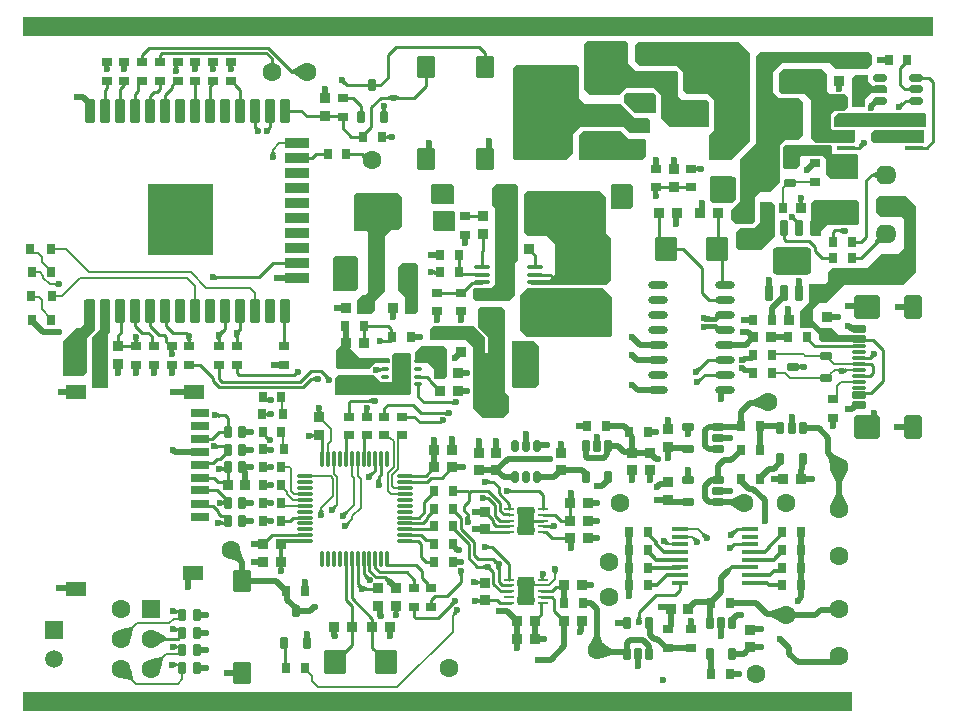
<source format=gtl>
G04*
G04 #@! TF.GenerationSoftware,Altium Limited,Altium Designer,23.1.1 (15)*
G04*
G04 Layer_Physical_Order=1*
G04 Layer_Color=2232046*
%FSTAX24Y24*%
%MOIN*%
G70*
G04*
G04 #@! TF.SameCoordinates,744591E9-B7FF-4256-B3DA-537CD40D5A87*
G04*
G04*
G04 #@! TF.FilePolarity,Positive*
G04*
G01*
G75*
%ADD10C,0.0079*%
%ADD12C,0.0098*%
%ADD13C,0.0150*%
%ADD18C,0.0197*%
%ADD21C,0.0118*%
%ADD22R,0.0339X0.0106*%
G04:AMPARAMS|DCode=23|XSize=26mil|YSize=37mil|CornerRadius=2.6mil|HoleSize=0mil|Usage=FLASHONLY|Rotation=0.000|XOffset=0mil|YOffset=0mil|HoleType=Round|Shape=RoundedRectangle|*
%AMROUNDEDRECTD23*
21,1,0.0260,0.0318,0,0,0.0*
21,1,0.0208,0.0370,0,0,0.0*
1,1,0.0052,0.0104,-0.0159*
1,1,0.0052,-0.0104,-0.0159*
1,1,0.0052,-0.0104,0.0159*
1,1,0.0052,0.0104,0.0159*
%
%ADD23ROUNDEDRECTD23*%
%ADD24O,0.0551X0.0118*%
%ADD25O,0.0118X0.0551*%
G04:AMPARAMS|DCode=26|XSize=23.6mil|YSize=35.4mil|CornerRadius=2.4mil|HoleSize=0mil|Usage=FLASHONLY|Rotation=0.000|XOffset=0mil|YOffset=0mil|HoleType=Round|Shape=RoundedRectangle|*
%AMROUNDEDRECTD26*
21,1,0.0236,0.0307,0,0,0.0*
21,1,0.0189,0.0354,0,0,0.0*
1,1,0.0047,0.0094,-0.0154*
1,1,0.0047,-0.0094,-0.0154*
1,1,0.0047,-0.0094,0.0154*
1,1,0.0047,0.0094,0.0154*
%
%ADD26ROUNDEDRECTD26*%
G04:AMPARAMS|DCode=27|XSize=27.6mil|YSize=35.4mil|CornerRadius=2.8mil|HoleSize=0mil|Usage=FLASHONLY|Rotation=180.000|XOffset=0mil|YOffset=0mil|HoleType=Round|Shape=RoundedRectangle|*
%AMROUNDEDRECTD27*
21,1,0.0276,0.0299,0,0,180.0*
21,1,0.0220,0.0354,0,0,180.0*
1,1,0.0055,-0.0110,0.0150*
1,1,0.0055,0.0110,0.0150*
1,1,0.0055,0.0110,-0.0150*
1,1,0.0055,-0.0110,-0.0150*
%
%ADD27ROUNDEDRECTD27*%
G04:AMPARAMS|DCode=28|XSize=27.6mil|YSize=35.4mil|CornerRadius=2.8mil|HoleSize=0mil|Usage=FLASHONLY|Rotation=270.000|XOffset=0mil|YOffset=0mil|HoleType=Round|Shape=RoundedRectangle|*
%AMROUNDEDRECTD28*
21,1,0.0276,0.0299,0,0,270.0*
21,1,0.0220,0.0354,0,0,270.0*
1,1,0.0055,-0.0150,-0.0110*
1,1,0.0055,-0.0150,0.0110*
1,1,0.0055,0.0150,0.0110*
1,1,0.0055,0.0150,-0.0110*
%
%ADD28ROUNDEDRECTD28*%
%ADD29O,0.0669X0.0236*%
G04:AMPARAMS|DCode=30|XSize=23.6mil|YSize=39.4mil|CornerRadius=2.4mil|HoleSize=0mil|Usage=FLASHONLY|Rotation=180.000|XOffset=0mil|YOffset=0mil|HoleType=Round|Shape=RoundedRectangle|*
%AMROUNDEDRECTD30*
21,1,0.0236,0.0346,0,0,180.0*
21,1,0.0189,0.0394,0,0,180.0*
1,1,0.0047,-0.0094,0.0173*
1,1,0.0047,0.0094,0.0173*
1,1,0.0047,0.0094,-0.0173*
1,1,0.0047,-0.0094,-0.0173*
%
%ADD30ROUNDEDRECTD30*%
G04:AMPARAMS|DCode=31|XSize=74.8mil|YSize=78.7mil|CornerRadius=7.5mil|HoleSize=0mil|Usage=FLASHONLY|Rotation=0.000|XOffset=0mil|YOffset=0mil|HoleType=Round|Shape=RoundedRectangle|*
%AMROUNDEDRECTD31*
21,1,0.0748,0.0638,0,0,0.0*
21,1,0.0598,0.0787,0,0,0.0*
1,1,0.0150,0.0299,-0.0319*
1,1,0.0150,-0.0299,-0.0319*
1,1,0.0150,-0.0299,0.0319*
1,1,0.0150,0.0299,0.0319*
%
%ADD31ROUNDEDRECTD31*%
G04:AMPARAMS|DCode=32|XSize=23.6mil|YSize=43.3mil|CornerRadius=5.9mil|HoleSize=0mil|Usage=FLASHONLY|Rotation=270.000|XOffset=0mil|YOffset=0mil|HoleType=Round|Shape=RoundedRectangle|*
%AMROUNDEDRECTD32*
21,1,0.0236,0.0315,0,0,270.0*
21,1,0.0118,0.0433,0,0,270.0*
1,1,0.0118,-0.0157,-0.0059*
1,1,0.0118,-0.0157,0.0059*
1,1,0.0118,0.0157,0.0059*
1,1,0.0118,0.0157,-0.0059*
%
%ADD32ROUNDEDRECTD32*%
G04:AMPARAMS|DCode=33|XSize=35.4mil|YSize=35.4mil|CornerRadius=8.9mil|HoleSize=0mil|Usage=FLASHONLY|Rotation=180.000|XOffset=0mil|YOffset=0mil|HoleType=Round|Shape=RoundedRectangle|*
%AMROUNDEDRECTD33*
21,1,0.0354,0.0177,0,0,180.0*
21,1,0.0177,0.0354,0,0,180.0*
1,1,0.0177,-0.0089,0.0089*
1,1,0.0177,0.0089,0.0089*
1,1,0.0177,0.0089,-0.0089*
1,1,0.0177,-0.0089,-0.0089*
%
%ADD33ROUNDEDRECTD33*%
G04:AMPARAMS|DCode=34|XSize=45.3mil|YSize=55.1mil|CornerRadius=11.3mil|HoleSize=0mil|Usage=FLASHONLY|Rotation=90.000|XOffset=0mil|YOffset=0mil|HoleType=Round|Shape=RoundedRectangle|*
%AMROUNDEDRECTD34*
21,1,0.0453,0.0325,0,0,90.0*
21,1,0.0226,0.0551,0,0,90.0*
1,1,0.0226,0.0162,0.0113*
1,1,0.0226,0.0162,-0.0113*
1,1,0.0226,-0.0162,-0.0113*
1,1,0.0226,-0.0162,0.0113*
%
%ADD34ROUNDEDRECTD34*%
G04:AMPARAMS|DCode=35|XSize=45.3mil|YSize=55.1mil|CornerRadius=11.3mil|HoleSize=0mil|Usage=FLASHONLY|Rotation=0.000|XOffset=0mil|YOffset=0mil|HoleType=Round|Shape=RoundedRectangle|*
%AMROUNDEDRECTD35*
21,1,0.0453,0.0325,0,0,0.0*
21,1,0.0226,0.0551,0,0,0.0*
1,1,0.0226,0.0113,-0.0162*
1,1,0.0226,-0.0113,-0.0162*
1,1,0.0226,-0.0113,0.0162*
1,1,0.0226,0.0113,0.0162*
%
%ADD35ROUNDEDRECTD35*%
G04:AMPARAMS|DCode=36|XSize=133.9mil|YSize=98.4mil|CornerRadius=9.8mil|HoleSize=0mil|Usage=FLASHONLY|Rotation=0.000|XOffset=0mil|YOffset=0mil|HoleType=Round|Shape=RoundedRectangle|*
%AMROUNDEDRECTD36*
21,1,0.1339,0.0787,0,0,0.0*
21,1,0.1142,0.0984,0,0,0.0*
1,1,0.0197,0.0571,-0.0394*
1,1,0.0197,-0.0571,-0.0394*
1,1,0.0197,-0.0571,0.0394*
1,1,0.0197,0.0571,0.0394*
%
%ADD36ROUNDEDRECTD36*%
%ADD37R,0.0650X0.0500*%
%ADD38R,0.0591X0.0270*%
%ADD39R,0.0700X0.0500*%
G04:AMPARAMS|DCode=40|XSize=35.4mil|YSize=35.4mil|CornerRadius=8.9mil|HoleSize=0mil|Usage=FLASHONLY|Rotation=270.000|XOffset=0mil|YOffset=0mil|HoleType=Round|Shape=RoundedRectangle|*
%AMROUNDEDRECTD40*
21,1,0.0354,0.0177,0,0,270.0*
21,1,0.0177,0.0354,0,0,270.0*
1,1,0.0177,-0.0089,-0.0089*
1,1,0.0177,-0.0089,0.0089*
1,1,0.0177,0.0089,0.0089*
1,1,0.0177,0.0089,-0.0089*
%
%ADD40ROUNDEDRECTD40*%
G04:AMPARAMS|DCode=41|XSize=23.6mil|YSize=43.3mil|CornerRadius=5.9mil|HoleSize=0mil|Usage=FLASHONLY|Rotation=180.000|XOffset=0mil|YOffset=0mil|HoleType=Round|Shape=RoundedRectangle|*
%AMROUNDEDRECTD41*
21,1,0.0236,0.0315,0,0,180.0*
21,1,0.0118,0.0433,0,0,180.0*
1,1,0.0118,-0.0059,0.0157*
1,1,0.0118,0.0059,0.0157*
1,1,0.0118,0.0059,-0.0157*
1,1,0.0118,-0.0059,-0.0157*
%
%ADD41ROUNDEDRECTD41*%
G04:AMPARAMS|DCode=42|XSize=23.6mil|YSize=39.4mil|CornerRadius=5.9mil|HoleSize=0mil|Usage=FLASHONLY|Rotation=0.000|XOffset=0mil|YOffset=0mil|HoleType=Round|Shape=RoundedRectangle|*
%AMROUNDEDRECTD42*
21,1,0.0236,0.0276,0,0,0.0*
21,1,0.0118,0.0394,0,0,0.0*
1,1,0.0118,0.0059,-0.0138*
1,1,0.0118,-0.0059,-0.0138*
1,1,0.0118,-0.0059,0.0138*
1,1,0.0118,0.0059,0.0138*
%
%ADD42ROUNDEDRECTD42*%
%ADD43O,0.0551X0.0157*%
G04:AMPARAMS|DCode=44|XSize=23.6mil|YSize=11.8mil|CornerRadius=1.2mil|HoleSize=0mil|Usage=FLASHONLY|Rotation=0.000|XOffset=0mil|YOffset=0mil|HoleType=Round|Shape=RoundedRectangle|*
%AMROUNDEDRECTD44*
21,1,0.0236,0.0094,0,0,0.0*
21,1,0.0213,0.0118,0,0,0.0*
1,1,0.0024,0.0106,-0.0047*
1,1,0.0024,-0.0106,-0.0047*
1,1,0.0024,-0.0106,0.0047*
1,1,0.0024,0.0106,0.0047*
%
%ADD44ROUNDEDRECTD44*%
G04:AMPARAMS|DCode=45|XSize=9.1mil|YSize=28.5mil|CornerRadius=0.9mil|HoleSize=0mil|Usage=FLASHONLY|Rotation=0.000|XOffset=0mil|YOffset=0mil|HoleType=Round|Shape=RoundedRectangle|*
%AMROUNDEDRECTD45*
21,1,0.0091,0.0267,0,0,0.0*
21,1,0.0072,0.0285,0,0,0.0*
1,1,0.0018,0.0036,-0.0134*
1,1,0.0018,-0.0036,-0.0134*
1,1,0.0018,-0.0036,0.0134*
1,1,0.0018,0.0036,0.0134*
%
%ADD45ROUNDEDRECTD45*%
%ADD46O,0.0531X0.0157*%
G04:AMPARAMS|DCode=47|XSize=31.5mil|YSize=41.3mil|CornerRadius=7.9mil|HoleSize=0mil|Usage=FLASHONLY|Rotation=180.000|XOffset=0mil|YOffset=0mil|HoleType=Round|Shape=RoundedRectangle|*
%AMROUNDEDRECTD47*
21,1,0.0315,0.0256,0,0,180.0*
21,1,0.0157,0.0413,0,0,180.0*
1,1,0.0157,-0.0079,0.0128*
1,1,0.0157,0.0079,0.0128*
1,1,0.0157,0.0079,-0.0128*
1,1,0.0157,-0.0079,-0.0128*
%
%ADD47ROUNDEDRECTD47*%
G04:AMPARAMS|DCode=48|XSize=31.5mil|YSize=41.3mil|CornerRadius=7.9mil|HoleSize=0mil|Usage=FLASHONLY|Rotation=270.000|XOffset=0mil|YOffset=0mil|HoleType=Round|Shape=RoundedRectangle|*
%AMROUNDEDRECTD48*
21,1,0.0315,0.0256,0,0,270.0*
21,1,0.0157,0.0413,0,0,270.0*
1,1,0.0157,-0.0128,-0.0079*
1,1,0.0157,-0.0128,0.0079*
1,1,0.0157,0.0128,0.0079*
1,1,0.0157,0.0128,-0.0079*
%
%ADD48ROUNDEDRECTD48*%
G04:AMPARAMS|DCode=49|XSize=47.2mil|YSize=70.9mil|CornerRadius=4.7mil|HoleSize=0mil|Usage=FLASHONLY|Rotation=0.000|XOffset=0mil|YOffset=0mil|HoleType=Round|Shape=RoundedRectangle|*
%AMROUNDEDRECTD49*
21,1,0.0472,0.0614,0,0,0.0*
21,1,0.0378,0.0709,0,0,0.0*
1,1,0.0094,0.0189,-0.0307*
1,1,0.0094,-0.0189,-0.0307*
1,1,0.0094,-0.0189,0.0307*
1,1,0.0094,0.0189,0.0307*
%
%ADD49ROUNDEDRECTD49*%
G04:AMPARAMS|DCode=50|XSize=47.2mil|YSize=70.9mil|CornerRadius=4.7mil|HoleSize=0mil|Usage=FLASHONLY|Rotation=270.000|XOffset=0mil|YOffset=0mil|HoleType=Round|Shape=RoundedRectangle|*
%AMROUNDEDRECTD50*
21,1,0.0472,0.0614,0,0,270.0*
21,1,0.0378,0.0709,0,0,270.0*
1,1,0.0094,-0.0307,-0.0189*
1,1,0.0094,-0.0307,0.0189*
1,1,0.0094,0.0307,0.0189*
1,1,0.0094,0.0307,-0.0189*
%
%ADD50ROUNDEDRECTD50*%
G04:AMPARAMS|DCode=51|XSize=78.7mil|YSize=35.4mil|CornerRadius=5.3mil|HoleSize=0mil|Usage=FLASHONLY|Rotation=90.000|XOffset=0mil|YOffset=0mil|HoleType=Round|Shape=RoundedRectangle|*
%AMROUNDEDRECTD51*
21,1,0.0787,0.0248,0,0,90.0*
21,1,0.0681,0.0354,0,0,90.0*
1,1,0.0106,0.0124,0.0341*
1,1,0.0106,0.0124,-0.0341*
1,1,0.0106,-0.0124,-0.0341*
1,1,0.0106,-0.0124,0.0341*
%
%ADD51ROUNDEDRECTD51*%
G04:AMPARAMS|DCode=52|XSize=35.4mil|YSize=78.7mil|CornerRadius=3.5mil|HoleSize=0mil|Usage=FLASHONLY|Rotation=90.000|XOffset=0mil|YOffset=0mil|HoleType=Round|Shape=RoundedRectangle|*
%AMROUNDEDRECTD52*
21,1,0.0354,0.0717,0,0,90.0*
21,1,0.0283,0.0787,0,0,90.0*
1,1,0.0071,0.0358,0.0142*
1,1,0.0071,0.0358,-0.0142*
1,1,0.0071,-0.0358,-0.0142*
1,1,0.0071,-0.0358,0.0142*
%
%ADD52ROUNDEDRECTD52*%
%ADD53R,0.0524X0.0524*%
G04:AMPARAMS|DCode=54|XSize=23.6mil|YSize=39.4mil|CornerRadius=2.4mil|HoleSize=0mil|Usage=FLASHONLY|Rotation=270.000|XOffset=0mil|YOffset=0mil|HoleType=Round|Shape=RoundedRectangle|*
%AMROUNDEDRECTD54*
21,1,0.0236,0.0346,0,0,270.0*
21,1,0.0189,0.0394,0,0,270.0*
1,1,0.0047,-0.0173,-0.0094*
1,1,0.0047,-0.0173,0.0094*
1,1,0.0047,0.0173,0.0094*
1,1,0.0047,0.0173,-0.0094*
%
%ADD54ROUNDEDRECTD54*%
G04:AMPARAMS|DCode=55|XSize=61.4mil|YSize=15.7mil|CornerRadius=2mil|HoleSize=0mil|Usage=FLASHONLY|Rotation=0.000|XOffset=0mil|YOffset=0mil|HoleType=Round|Shape=RoundedRectangle|*
%AMROUNDEDRECTD55*
21,1,0.0614,0.0118,0,0,0.0*
21,1,0.0575,0.0157,0,0,0.0*
1,1,0.0039,0.0287,-0.0059*
1,1,0.0039,-0.0287,-0.0059*
1,1,0.0039,-0.0287,0.0059*
1,1,0.0039,0.0287,0.0059*
%
%ADD55ROUNDEDRECTD55*%
G04:AMPARAMS|DCode=56|XSize=70.9mil|YSize=59.1mil|CornerRadius=3mil|HoleSize=0mil|Usage=FLASHONLY|Rotation=90.000|XOffset=0mil|YOffset=0mil|HoleType=Round|Shape=RoundedRectangle|*
%AMROUNDEDRECTD56*
21,1,0.0709,0.0531,0,0,90.0*
21,1,0.0650,0.0591,0,0,90.0*
1,1,0.0059,0.0266,0.0325*
1,1,0.0059,0.0266,-0.0325*
1,1,0.0059,-0.0266,-0.0325*
1,1,0.0059,-0.0266,0.0325*
%
%ADD56ROUNDEDRECTD56*%
G04:AMPARAMS|DCode=57|XSize=45.3mil|YSize=23.6mil|CornerRadius=2.4mil|HoleSize=0mil|Usage=FLASHONLY|Rotation=180.000|XOffset=0mil|YOffset=0mil|HoleType=Round|Shape=RoundedRectangle|*
%AMROUNDEDRECTD57*
21,1,0.0453,0.0189,0,0,180.0*
21,1,0.0406,0.0236,0,0,180.0*
1,1,0.0047,-0.0203,0.0094*
1,1,0.0047,0.0203,0.0094*
1,1,0.0047,0.0203,-0.0094*
1,1,0.0047,-0.0203,-0.0094*
%
%ADD57ROUNDEDRECTD57*%
G04:AMPARAMS|DCode=58|XSize=45.3mil|YSize=11.8mil|CornerRadius=1.2mil|HoleSize=0mil|Usage=FLASHONLY|Rotation=180.000|XOffset=0mil|YOffset=0mil|HoleType=Round|Shape=RoundedRectangle|*
%AMROUNDEDRECTD58*
21,1,0.0453,0.0094,0,0,180.0*
21,1,0.0429,0.0118,0,0,180.0*
1,1,0.0024,-0.0215,0.0047*
1,1,0.0024,0.0215,0.0047*
1,1,0.0024,0.0215,-0.0047*
1,1,0.0024,-0.0215,-0.0047*
%
%ADD58ROUNDEDRECTD58*%
G04:AMPARAMS|DCode=59|XSize=59.1mil|YSize=78.7mil|CornerRadius=5.9mil|HoleSize=0mil|Usage=FLASHONLY|Rotation=180.000|XOffset=0mil|YOffset=0mil|HoleType=Round|Shape=RoundedRectangle|*
%AMROUNDEDRECTD59*
21,1,0.0591,0.0669,0,0,180.0*
21,1,0.0472,0.0787,0,0,180.0*
1,1,0.0118,-0.0236,0.0335*
1,1,0.0118,0.0236,0.0335*
1,1,0.0118,0.0236,-0.0335*
1,1,0.0118,-0.0236,-0.0335*
%
%ADD59ROUNDEDRECTD59*%
G04:AMPARAMS|DCode=60|XSize=85.8mil|YSize=78.7mil|CornerRadius=7.9mil|HoleSize=0mil|Usage=FLASHONLY|Rotation=180.000|XOffset=0mil|YOffset=0mil|HoleType=Round|Shape=RoundedRectangle|*
%AMROUNDEDRECTD60*
21,1,0.0858,0.0630,0,0,180.0*
21,1,0.0701,0.0787,0,0,180.0*
1,1,0.0157,-0.0350,0.0315*
1,1,0.0157,0.0350,0.0315*
1,1,0.0157,0.0350,-0.0315*
1,1,0.0157,-0.0350,-0.0315*
%
%ADD60ROUNDEDRECTD60*%
G04:AMPARAMS|DCode=61|XSize=37.4mil|YSize=84.6mil|CornerRadius=9.4mil|HoleSize=0mil|Usage=FLASHONLY|Rotation=270.000|XOffset=0mil|YOffset=0mil|HoleType=Round|Shape=RoundedRectangle|*
%AMROUNDEDRECTD61*
21,1,0.0374,0.0659,0,0,270.0*
21,1,0.0187,0.0846,0,0,270.0*
1,1,0.0187,-0.0330,-0.0094*
1,1,0.0187,-0.0330,0.0094*
1,1,0.0187,0.0330,0.0094*
1,1,0.0187,0.0330,-0.0094*
%
%ADD61ROUNDEDRECTD61*%
G04:AMPARAMS|DCode=62|XSize=128mil|YSize=84.6mil|CornerRadius=21.2mil|HoleSize=0mil|Usage=FLASHONLY|Rotation=270.000|XOffset=0mil|YOffset=0mil|HoleType=Round|Shape=RoundedRectangle|*
%AMROUNDEDRECTD62*
21,1,0.1280,0.0423,0,0,270.0*
21,1,0.0856,0.0846,0,0,270.0*
1,1,0.0423,-0.0212,-0.0428*
1,1,0.0423,-0.0212,0.0428*
1,1,0.0423,0.0212,0.0428*
1,1,0.0423,0.0212,-0.0428*
%
%ADD62ROUNDEDRECTD62*%
G04:AMPARAMS|DCode=63|XSize=37.4mil|YSize=84.6mil|CornerRadius=9.4mil|HoleSize=0mil|Usage=FLASHONLY|Rotation=180.000|XOffset=0mil|YOffset=0mil|HoleType=Round|Shape=RoundedRectangle|*
%AMROUNDEDRECTD63*
21,1,0.0374,0.0659,0,0,180.0*
21,1,0.0187,0.0846,0,0,180.0*
1,1,0.0187,-0.0094,0.0330*
1,1,0.0187,0.0094,0.0330*
1,1,0.0187,0.0094,-0.0330*
1,1,0.0187,-0.0094,-0.0330*
%
%ADD63ROUNDEDRECTD63*%
G04:AMPARAMS|DCode=64|XSize=128mil|YSize=84.6mil|CornerRadius=21.2mil|HoleSize=0mil|Usage=FLASHONLY|Rotation=180.000|XOffset=0mil|YOffset=0mil|HoleType=Round|Shape=RoundedRectangle|*
%AMROUNDEDRECTD64*
21,1,0.1280,0.0423,0,0,180.0*
21,1,0.0856,0.0846,0,0,180.0*
1,1,0.0423,-0.0428,0.0212*
1,1,0.0423,0.0428,0.0212*
1,1,0.0423,0.0428,-0.0212*
1,1,0.0423,-0.0428,-0.0212*
%
%ADD64ROUNDEDRECTD64*%
G04:AMPARAMS|DCode=65|XSize=90.6mil|YSize=126mil|CornerRadius=9.1mil|HoleSize=0mil|Usage=FLASHONLY|Rotation=90.000|XOffset=0mil|YOffset=0mil|HoleType=Round|Shape=RoundedRectangle|*
%AMROUNDEDRECTD65*
21,1,0.0906,0.1079,0,0,90.0*
21,1,0.0724,0.1260,0,0,90.0*
1,1,0.0181,0.0539,0.0362*
1,1,0.0181,0.0539,-0.0362*
1,1,0.0181,-0.0539,-0.0362*
1,1,0.0181,-0.0539,0.0362*
%
%ADD65ROUNDEDRECTD65*%
G04:AMPARAMS|DCode=66|XSize=51.2mil|YSize=25.6mil|CornerRadius=2.6mil|HoleSize=0mil|Usage=FLASHONLY|Rotation=90.000|XOffset=0mil|YOffset=0mil|HoleType=Round|Shape=RoundedRectangle|*
%AMROUNDEDRECTD66*
21,1,0.0512,0.0205,0,0,90.0*
21,1,0.0461,0.0256,0,0,90.0*
1,1,0.0051,0.0102,0.0230*
1,1,0.0051,0.0102,-0.0230*
1,1,0.0051,-0.0102,-0.0230*
1,1,0.0051,-0.0102,0.0230*
%
%ADD66ROUNDEDRECTD66*%
G04:AMPARAMS|DCode=67|XSize=23.6mil|YSize=47.2mil|CornerRadius=5.9mil|HoleSize=0mil|Usage=FLASHONLY|Rotation=270.000|XOffset=0mil|YOffset=0mil|HoleType=Round|Shape=RoundedRectangle|*
%AMROUNDEDRECTD67*
21,1,0.0236,0.0354,0,0,270.0*
21,1,0.0118,0.0472,0,0,270.0*
1,1,0.0118,-0.0177,-0.0059*
1,1,0.0118,-0.0177,0.0059*
1,1,0.0118,0.0177,0.0059*
1,1,0.0118,0.0177,-0.0059*
%
%ADD67ROUNDEDRECTD67*%
%ADD124R,0.0575X0.0937*%
G04:AMPARAMS|DCode=125|XSize=59.1mil|YSize=68.9mil|CornerRadius=5.9mil|HoleSize=0mil|Usage=FLASHONLY|Rotation=0.000|XOffset=0mil|YOffset=0mil|HoleType=Round|Shape=RoundedRectangle|*
%AMROUNDEDRECTD125*
21,1,0.0591,0.0571,0,0,0.0*
21,1,0.0472,0.0689,0,0,0.0*
1,1,0.0118,0.0236,-0.0285*
1,1,0.0118,-0.0236,-0.0285*
1,1,0.0118,-0.0236,0.0285*
1,1,0.0118,0.0236,0.0285*
%
%ADD125ROUNDEDRECTD125*%
%ADD126C,0.0630*%
%ADD127R,0.0591X0.0600*%
%ADD128C,0.0591*%
%ADD129R,0.0630X0.0630*%
%ADD130C,0.0236*%
%ADD131O,0.0709X0.0630*%
G36*
X147047Y069882D02*
X116693D01*
Y070512D01*
X147047D01*
Y069882D01*
D02*
G37*
G36*
X123705Y068864D02*
X123539Y068864D01*
X123573Y068958D01*
X123671D01*
X123705Y068864D01*
D02*
G37*
G36*
X122524D02*
X122358Y068864D01*
X122392Y068958D01*
X12249D01*
X122524Y068864D01*
D02*
G37*
G36*
X120161D02*
X119996Y068864D01*
X12003Y068958D01*
X120128D01*
X120161Y068864D01*
D02*
G37*
G36*
X119571D02*
X119406D01*
X119439Y068958D01*
X119537D01*
X119571Y068864D01*
D02*
G37*
G36*
X121894Y068825D02*
X121728D01*
X121762Y068918D01*
X12186D01*
X121894Y068825D01*
D02*
G37*
G36*
X145Y069252D02*
Y068937D01*
X144843Y06878D01*
X14378D01*
X143583Y068976D01*
X142008D01*
X141693Y068661D01*
Y068032D01*
X14189Y067835D01*
X142559D01*
X142715Y067678D01*
Y066585D01*
X142568Y066437D01*
X142106D01*
X141929Y06626D01*
Y065D01*
X141614Y064685D01*
X14126D01*
X141102Y064528D01*
Y06374D01*
X140984Y063622D01*
X140472D01*
X140315Y06378D01*
Y064094D01*
X140591Y06437D01*
Y065787D01*
X141142Y066339D01*
Y069213D01*
X141299Y06937D01*
X144882D01*
X145Y069252D01*
D02*
G37*
G36*
X125956Y06848D02*
X125681Y068652D01*
Y06875D01*
X125956Y068921D01*
Y06848D01*
D02*
G37*
G36*
X127484Y068334D02*
X127414Y068264D01*
X127324Y068307D01*
X127441Y068424D01*
X127484Y068334D01*
D02*
G37*
G36*
X129233Y067884D02*
Y067785D01*
X129139Y067752D01*
Y067917D01*
X129233Y067884D01*
D02*
G37*
G36*
X128971Y067752D02*
X128877Y067785D01*
Y067884D01*
X128971Y067917D01*
Y067752D01*
D02*
G37*
G36*
X146066Y067611D02*
X146024Y067521D01*
X145907Y067638D01*
X145997Y067681D01*
X146066Y067611D01*
D02*
G37*
G36*
X144882Y068386D02*
X145039Y068228D01*
X145472D01*
X145512Y068189D01*
Y068032D01*
X145472Y067992D01*
X144961D01*
X144764Y067795D01*
Y067559D01*
X144724Y06752D01*
X144331D01*
Y068465D01*
X144449Y068583D01*
X144882D01*
Y068386D01*
D02*
G37*
G36*
X128816Y067468D02*
X12878Y067377D01*
X128681Y067386D01*
X128651Y067482D01*
X128816Y067468D01*
D02*
G37*
G36*
X137795Y067913D02*
Y067362D01*
X137756Y067323D01*
X137087D01*
X136732Y067677D01*
Y067913D01*
X136811Y067992D01*
X137717D01*
X137795Y067913D01*
D02*
G37*
G36*
X146811Y067283D02*
Y06685D01*
X14374D01*
Y067205D01*
X143858Y067323D01*
X146772D01*
X146811Y067283D01*
D02*
G37*
G36*
X13685Y069646D02*
Y068976D01*
X137087Y06874D01*
X138504D01*
X138543Y068701D01*
Y067874D01*
X138661Y067756D01*
X139488D01*
X139567Y067677D01*
Y06685D01*
X138268D01*
X137953Y067165D01*
Y067913D01*
X137717Y06815D01*
X136811D01*
X136575Y067913D01*
X135591D01*
X135394Y06811D01*
Y069606D01*
X135512Y069724D01*
X136772D01*
X13685Y069646D01*
D02*
G37*
G36*
X124516Y06685D02*
X124427Y066794D01*
X124398Y066829D01*
X124468Y066899D01*
X124516Y06685D01*
D02*
G37*
G36*
X135236Y068858D02*
Y067835D01*
X135433Y067638D01*
X136614D01*
X137087Y067165D01*
X13752D01*
X137598Y067087D01*
Y066654D01*
X136929D01*
X136732Y06685D01*
X135276D01*
X135039Y066614D01*
Y066004D01*
X134783Y065748D01*
X13311D01*
X133032Y065827D01*
Y068819D01*
X13315Y068937D01*
X135157D01*
X135236Y068858D01*
D02*
G37*
G36*
X128931Y066453D02*
X128838Y066486D01*
Y066585D01*
X128931Y066618D01*
Y066453D01*
D02*
G37*
G36*
X146732Y066339D02*
X145039D01*
X144961Y066417D01*
Y066654D01*
X145079Y066772D01*
X146732D01*
Y066339D01*
D02*
G37*
G36*
X143504Y068622D02*
Y068032D01*
X143583Y067953D01*
X144094D01*
X144213Y067835D01*
Y06752D01*
X144094Y067402D01*
X14374D01*
X143622Y067283D01*
Y066811D01*
X143661Y066772D01*
X144449D01*
Y066378D01*
X144409Y066339D01*
X14311D01*
X142953Y066496D01*
Y067756D01*
X142756Y067953D01*
X142008D01*
X14189Y068071D01*
Y068622D01*
X142047Y06878D01*
X143346D01*
X143504Y068622D01*
D02*
G37*
G36*
X144723Y06622D02*
X144633Y066178D01*
X144564Y066247D01*
X144606Y066337D01*
X144723Y06622D01*
D02*
G37*
G36*
X125122Y06595D02*
X124957D01*
X125Y066048D01*
X125079D01*
X125122Y06595D01*
D02*
G37*
G36*
X128119Y065966D02*
X128035Y065794D01*
X127971Y06591D01*
X128041Y06598D01*
X128119Y065966D01*
D02*
G37*
G36*
X140945Y069291D02*
Y066378D01*
X140315Y065748D01*
X139567D01*
Y066575D01*
X139724Y066732D01*
Y067756D01*
X139528Y067953D01*
X138819D01*
X138701Y068071D01*
Y068701D01*
X138504Y068898D01*
X137244D01*
X137087Y069055D01*
Y069567D01*
X137205Y069685D01*
X140551D01*
X140945Y069291D01*
D02*
G37*
G36*
X13689Y066457D02*
X137441D01*
X13748Y066417D01*
Y065906D01*
X137323Y065748D01*
X135236D01*
Y066575D01*
X135394Y066732D01*
X136614D01*
X13689Y066457D01*
D02*
G37*
G36*
X139207Y06539D02*
X139113Y065423D01*
Y065522D01*
X139207Y065555D01*
Y06539D01*
D02*
G37*
G36*
X145136Y065166D02*
X145024Y065215D01*
Y065313D01*
X145136Y065362D01*
Y065166D01*
D02*
G37*
G36*
X143661Y06622D02*
Y065984D01*
X143701Y065945D01*
X144488D01*
X144528Y065906D01*
Y065157D01*
X144488Y065118D01*
X143622D01*
X143465Y065276D01*
Y065787D01*
X143346Y065906D01*
X142638D01*
X142598Y065866D01*
Y065591D01*
X14248Y065472D01*
X142087D01*
X142047Y065512D01*
Y066181D01*
X142126Y06626D01*
X143622D01*
X143661Y06622D01*
D02*
G37*
G36*
X137878Y064651D02*
X137713Y064651D01*
X137746Y064745D01*
X137844D01*
X137878Y064651D01*
D02*
G37*
G36*
X140472Y065079D02*
Y064449D01*
X140354Y064331D01*
X139685D01*
X139606Y064409D01*
Y065197D01*
X139646Y065236D01*
X140315D01*
X140472Y065079D01*
D02*
G37*
G36*
X142713Y064397D02*
X142677Y064306D01*
X142579Y064315D01*
X142548Y064411D01*
X142713Y064397D01*
D02*
G37*
G36*
X131063Y064882D02*
Y064291D01*
X130354D01*
X130315Y064331D01*
Y064921D01*
X130354Y064961D01*
X130984D01*
X131063Y064882D01*
D02*
G37*
G36*
X137047Y064882D02*
Y064213D01*
X136969Y064134D01*
X136299D01*
Y064921D01*
X136339Y064961D01*
X136969D01*
X137047Y064882D01*
D02*
G37*
G36*
X142485Y06378D02*
X142417Y063709D01*
X142327Y06375D01*
X142441Y06387D01*
X142485Y06378D01*
D02*
G37*
G36*
X131102Y064016D02*
Y063425D01*
X131063Y063386D01*
X130433D01*
X130354Y063465D01*
Y064055D01*
X131063D01*
X131102Y064016D01*
D02*
G37*
G36*
X143999Y063329D02*
X143907Y063365D01*
X143915Y063463D01*
X144011Y063494D01*
X143999Y063329D01*
D02*
G37*
G36*
X144567Y064331D02*
Y063661D01*
X144488Y063583D01*
X143504D01*
X143307Y063386D01*
Y063268D01*
X143268Y063228D01*
X142953D01*
Y064291D01*
X143071Y064409D01*
X144488D01*
X144567Y064331D01*
D02*
G37*
G36*
X145293Y063016D02*
X145179Y062971D01*
X145109Y063041D01*
X145154Y063155D01*
X145293Y063016D01*
D02*
G37*
G36*
X141772Y064252D02*
Y063228D01*
X141299Y062756D01*
X140551D01*
X140472Y062835D01*
Y063346D01*
X14063Y063504D01*
X141063D01*
X14126Y063701D01*
Y06437D01*
X141654D01*
X141772Y064252D01*
D02*
G37*
G36*
X123032Y062598D02*
X120866D01*
Y064961D01*
X123032D01*
Y062598D01*
D02*
G37*
G36*
X130493Y062057D02*
Y061959D01*
X130399Y061925D01*
Y062091D01*
X130493Y062057D01*
D02*
G37*
G36*
X12321Y0619D02*
Y061801D01*
X123116Y061768D01*
Y061933D01*
X12321Y0619D01*
D02*
G37*
G36*
X136142Y064528D02*
Y063307D01*
X136299Y06315D01*
Y061772D01*
X136132Y061604D01*
X133622D01*
Y061762D01*
X134242D01*
X134449Y061968D01*
Y062953D01*
X134173Y063228D01*
X133504D01*
X133386Y063346D01*
Y064606D01*
X133504Y064724D01*
X135945D01*
X136142Y064528D01*
D02*
G37*
G36*
X117829Y061532D02*
X117731Y061575D01*
Y061654D01*
X117829Y061697D01*
Y061532D01*
D02*
G37*
G36*
X127874Y06248D02*
Y061496D01*
X127756Y061378D01*
X127047D01*
Y06248D01*
X127126Y062559D01*
X127795D01*
X127874Y06248D01*
D02*
G37*
G36*
X133189Y064882D02*
Y062402D01*
X13311Y062323D01*
Y06126D01*
X132913Y061063D01*
X131772D01*
X131693Y061142D01*
Y061457D01*
X131732Y061496D01*
X132323D01*
X132441Y061614D01*
Y064134D01*
X132323Y064252D01*
Y064803D01*
X13248Y064961D01*
X13311D01*
X133189Y064882D01*
D02*
G37*
G36*
X129882Y062244D02*
Y060709D01*
X129803Y06063D01*
X129449D01*
Y060787D01*
Y061181D01*
X129213Y061417D01*
Y062205D01*
X129331Y062323D01*
X129803D01*
X129882Y062244D01*
D02*
G37*
G36*
X129331Y064528D02*
Y063543D01*
X129213Y063425D01*
X128976D01*
X12878Y063228D01*
Y061378D01*
X128425Y061024D01*
Y060748D01*
X128307Y06063D01*
X127835D01*
Y061102D01*
X127992Y06126D01*
X12811D01*
X128189Y061339D01*
Y063346D01*
X12815Y063386D01*
X127756D01*
X127717Y063425D01*
Y064567D01*
X127795Y064646D01*
X129213D01*
X129331Y064528D01*
D02*
G37*
G36*
X139586Y060543D02*
X139596Y060393D01*
X139476Y060393D01*
X139508Y060555D01*
X139586Y060543D01*
D02*
G37*
G36*
X139586Y060143D02*
X139508Y06013D01*
X139476Y060292D01*
X139596Y060293D01*
X139586Y060143D01*
D02*
G37*
G36*
X123968Y060079D02*
X12393Y06004D01*
X123859Y060111D01*
X123898Y060149D01*
X123968Y060079D01*
D02*
G37*
G36*
X123389Y060012D02*
X123346Y059922D01*
X12323Y060039D01*
X12332Y060082D01*
X123389Y060012D01*
D02*
G37*
G36*
X122211Y059995D02*
X122131Y059915D01*
X122091Y059965D01*
X122161Y060035D01*
X122211Y059995D01*
D02*
G37*
G36*
X136339Y061181D02*
Y059921D01*
X13626Y059843D01*
X133504D01*
X133268Y060079D01*
Y06126D01*
X133504Y061496D01*
X136024D01*
X136339Y061181D01*
D02*
G37*
G36*
X123868Y059822D02*
X12377D01*
X123736Y059916D01*
X123902D01*
X123868Y059822D01*
D02*
G37*
G36*
X123278Y059743D02*
X123179D01*
X123146Y059837D01*
X123311D01*
X123278Y059743D01*
D02*
G37*
G36*
X122293Y059704D02*
X122195D01*
X122161Y059798D01*
X122327D01*
X122293Y059704D01*
D02*
G37*
G36*
X146457Y064213D02*
Y062008D01*
X146024Y061575D01*
X144055D01*
X143465Y060984D01*
X143228D01*
X143032Y060787D01*
Y060433D01*
X143307Y060157D01*
X143661D01*
X143898Y059921D01*
X144764D01*
Y059685D01*
X143346D01*
X143228Y059803D01*
Y059961D01*
X143032Y060157D01*
X142638D01*
X142598Y060197D01*
Y060709D01*
X142913Y061024D01*
Y061614D01*
X143425D01*
X143543Y061732D01*
Y062008D01*
X143701Y062165D01*
X144843D01*
X145315Y062638D01*
X145866D01*
X146063Y062835D01*
Y06378D01*
X145984Y063858D01*
X145276D01*
X145118Y064016D01*
Y064449D01*
X145236Y064567D01*
X146102D01*
X146457Y064213D01*
D02*
G37*
G36*
X120522Y059664D02*
X120423D01*
X12039Y059758D01*
X120555D01*
X120522Y059664D01*
D02*
G37*
G36*
X128761Y059774D02*
Y059675D01*
X128667Y059642D01*
Y059807D01*
X128761Y059774D01*
D02*
G37*
G36*
X121703Y05947D02*
X121736Y059376D01*
X121571Y059376D01*
X121604Y05947D01*
X121703Y05947D01*
D02*
G37*
G36*
X132756Y060748D02*
Y058032D01*
X132913Y057874D01*
Y057362D01*
X132717Y057165D01*
X132008D01*
X131693Y05748D01*
Y059528D01*
X131457Y059764D01*
X130315D01*
X130276Y059803D01*
Y060118D01*
X130394Y060236D01*
X131693D01*
X132087Y059843D01*
Y05937D01*
X132126Y059331D01*
X132205D01*
Y059843D01*
X13185Y060197D01*
Y060787D01*
X131929Y060866D01*
X132638D01*
X132756Y060748D01*
D02*
G37*
G36*
X145078Y059173D02*
X144988Y059131D01*
X144918Y0592D01*
X144961Y05929D01*
X145078Y059173D01*
D02*
G37*
G36*
X140855Y059075D02*
X140779Y059061D01*
X140715Y059213D01*
X140849Y059225D01*
X140855Y059075D01*
D02*
G37*
G36*
X127913Y059173D02*
X128898D01*
X128937Y059134D01*
Y058976D01*
X128425D01*
X128228Y05878D01*
X127205D01*
X127126Y058858D01*
Y059409D01*
X127283Y059567D01*
X12752D01*
X127913Y059173D01*
D02*
G37*
G36*
X142632Y058776D02*
X142534Y058819D01*
X142534Y058898D01*
X142632Y058941D01*
X142632Y058776D01*
D02*
G37*
G36*
X139295Y058792D02*
X139252Y058702D01*
X139135Y058819D01*
X139225Y058862D01*
X139295Y058792D01*
D02*
G37*
G36*
X128644Y058839D02*
X128654Y05874D01*
X128576Y0587D01*
X128509Y058851D01*
X128644Y058839D01*
D02*
G37*
G36*
X140855Y058839D02*
X140849Y058689D01*
X140715Y0587D01*
X140779Y058853D01*
X140855Y058839D01*
D02*
G37*
G36*
X144189Y058799D02*
X144203Y05872D01*
X144113Y058673D01*
X144085Y058836D01*
X144189Y058799D01*
D02*
G37*
G36*
X143919Y058673D02*
X143828Y05872D01*
X143843Y058799D01*
X143946Y058836D01*
X143919Y058673D01*
D02*
G37*
G36*
X125836Y058587D02*
X125774Y058548D01*
X125705Y058617D01*
X12575Y058682D01*
X125836Y058587D01*
D02*
G37*
G36*
X119094Y061063D02*
Y060079D01*
X118819Y059803D01*
Y058661D01*
X118701Y058543D01*
X118032D01*
Y059724D01*
X118465Y060157D01*
X118622D01*
X11874Y060276D01*
Y061102D01*
X119055D01*
X119094Y061063D01*
D02*
G37*
G36*
X130827Y059449D02*
Y058543D01*
X130748Y058465D01*
X130433D01*
X130394Y058504D01*
Y05878D01*
X130197Y058976D01*
X129764D01*
Y05937D01*
X129961Y059567D01*
X130709D01*
X130827Y059449D01*
D02*
G37*
G36*
X126922Y058539D02*
X126792Y058436D01*
X126755Y058526D01*
X126833Y058587D01*
X126922Y058539D01*
D02*
G37*
G36*
X126451Y058382D02*
X126357Y058415D01*
Y058514D01*
X126451Y058547D01*
Y058382D01*
D02*
G37*
G36*
X139334Y058438D02*
X139291Y058348D01*
X139174Y058465D01*
X139264Y058507D01*
X139334Y058438D01*
D02*
G37*
G36*
X129646Y059291D02*
Y057992D01*
X129567Y057913D01*
X127126D01*
X127087Y057953D01*
Y058465D01*
X127205Y058583D01*
X128386D01*
X128622Y058346D01*
X128976D01*
X129016Y058386D01*
Y059252D01*
X129094Y059331D01*
X129606D01*
X129646Y059291D01*
D02*
G37*
G36*
X133898Y059567D02*
Y058268D01*
X13378Y05815D01*
X133071D01*
X132992Y058228D01*
Y059724D01*
X13374D01*
X133898Y059567D01*
D02*
G37*
G36*
X119606Y060039D02*
X119528Y059961D01*
Y058189D01*
X119488Y05815D01*
X119016D01*
Y059843D01*
X119252Y060079D01*
Y061102D01*
X119606D01*
Y060039D01*
D02*
G37*
G36*
X124863Y05769D02*
X124783Y05772D01*
Y057799D01*
X124867Y057828D01*
X124863Y05769D01*
D02*
G37*
G36*
X128341Y057654D02*
X128247Y057687D01*
Y057785D01*
X128341Y057819D01*
Y057654D01*
D02*
G37*
G36*
X131057Y057594D02*
X130963Y057628D01*
Y057726D01*
X131057Y05776D01*
Y057594D01*
D02*
G37*
G36*
X141325Y057443D02*
X141054Y057559D01*
X141041Y057756D01*
X141297Y057883D01*
X141325Y057443D01*
D02*
G37*
G36*
X128199Y057302D02*
X1281D01*
X128067Y057396D01*
X128232D01*
X128199Y057302D01*
D02*
G37*
G36*
X126624D02*
X126526D01*
X126492Y057396D01*
X126657Y057396D01*
X126624Y057302D01*
D02*
G37*
G36*
X130821Y05724D02*
X130727Y057274D01*
Y057372D01*
X130821Y057406D01*
Y05724D01*
D02*
G37*
G36*
X124876Y057201D02*
X124778Y057244D01*
Y057323D01*
X124876Y057366D01*
Y057201D01*
D02*
G37*
G36*
X123288Y057293D02*
Y057195D01*
X123195Y057161D01*
Y057327D01*
X123288Y057293D01*
D02*
G37*
G36*
X12639Y056633D02*
X126401Y056534D01*
X12631Y056498D01*
X126294Y056662D01*
X12639Y056633D01*
D02*
G37*
G36*
X12492Y056535D02*
X124803Y056418D01*
X124765Y056518D01*
X12482Y056574D01*
X12492Y056535D01*
D02*
G37*
G36*
X123236Y056263D02*
X123234Y056165D01*
X12314Y056132D01*
X123143Y056297D01*
X123236Y056263D01*
D02*
G37*
G36*
X124876Y05602D02*
X124778Y056063D01*
Y056142D01*
X124876Y056185D01*
Y05602D01*
D02*
G37*
G36*
X143977Y055816D02*
X143595Y055598D01*
X143531Y055857D01*
X14371Y055956D01*
X143977Y055816D01*
D02*
G37*
G36*
X124876Y055429D02*
X124778Y055472D01*
Y055551D01*
X124876Y055594D01*
Y055429D01*
D02*
G37*
G36*
X123407Y055522D02*
Y055423D01*
X123313Y05539D01*
Y055555D01*
X123407Y055522D01*
D02*
G37*
G36*
X128389Y055288D02*
X128346Y055198D01*
X12823Y055315D01*
X12832Y055358D01*
X128389Y055288D01*
D02*
G37*
G36*
X144118Y055287D02*
X143996Y055024D01*
X143799D01*
X143677Y055287D01*
X144118Y055287D01*
D02*
G37*
G36*
X128634Y055015D02*
X128469D01*
X128502Y055108D01*
X128601D01*
X128634Y055015D01*
D02*
G37*
G36*
X132265Y055089D02*
Y05499D01*
X132171Y054957D01*
Y055122D01*
X132265Y055089D01*
D02*
G37*
G36*
X124876Y054839D02*
X124778Y054882D01*
Y054961D01*
X124876Y055004D01*
Y054839D01*
D02*
G37*
G36*
X133013Y054774D02*
Y054675D01*
X132919Y054642D01*
Y054807D01*
X133013Y054774D01*
D02*
G37*
G36*
X144118Y054359D02*
X143677D01*
X143799Y054622D01*
X143996D01*
X144118Y054359D01*
D02*
G37*
G36*
X124876Y054248D02*
X124778Y054291D01*
Y05437D01*
X124876Y054413D01*
Y054248D01*
D02*
G37*
G36*
X123446Y05438D02*
Y054282D01*
X123352Y054248D01*
Y054413D01*
X123446Y05438D01*
D02*
G37*
G36*
X140516Y054117D02*
X140257Y054242D01*
X140263Y054439D01*
X14053Y054558D01*
X140516Y054117D01*
D02*
G37*
G36*
X127158Y054208D02*
X127125Y054109D01*
X126996Y054212D01*
X127095Y054257D01*
X127158Y054208D01*
D02*
G37*
G36*
X126717Y054017D02*
X126551D01*
X126594Y054115D01*
X126673D01*
X126717Y054017D01*
D02*
G37*
G36*
X127519Y053999D02*
X12748Y053899D01*
X127363Y054016D01*
X127463Y054054D01*
X127519Y053999D01*
D02*
G37*
G36*
X131608Y053785D02*
X131443D01*
X131476Y053879D01*
X131575D01*
X131608Y053785D01*
D02*
G37*
G36*
X124876Y053657D02*
X124778Y053701D01*
Y05378D01*
X124876Y053823D01*
Y053657D01*
D02*
G37*
G36*
X123367Y053711D02*
Y053612D01*
X123273Y053579D01*
Y053744D01*
X123367Y053711D01*
D02*
G37*
G36*
X127598Y053644D02*
X127559Y053544D01*
X127442Y053661D01*
X127542Y0537D01*
X127598Y053644D01*
D02*
G37*
G36*
X134325Y053461D02*
X134231Y053494D01*
Y053593D01*
X134325Y053626D01*
Y053461D01*
D02*
G37*
G36*
X140476Y053359D02*
X140433Y053269D01*
X140316Y053386D01*
X140406Y053429D01*
X140476Y053359D01*
D02*
G37*
G36*
X139487Y053282D02*
X13937Y053165D01*
X139332Y053265D01*
X139387Y05332D01*
X139487Y053282D01*
D02*
G37*
G36*
X139172Y05315D02*
X139055Y053033D01*
X139017Y053133D01*
X139072Y053188D01*
X139172Y05315D01*
D02*
G37*
G36*
X138231Y052977D02*
X138178Y052918D01*
X13808Y052953D01*
X138189Y053075D01*
X138231Y052977D01*
D02*
G37*
G36*
X132273Y052897D02*
X132248Y052798D01*
X13215Y052775D01*
X132187Y052936D01*
X132273Y052897D01*
D02*
G37*
G36*
X124037Y05248D02*
X123898Y052341D01*
X123625Y052441D01*
X123937Y052753D01*
X124037Y05248D01*
D02*
G37*
G36*
X132535Y052399D02*
X132443Y052262D01*
X132392Y052349D01*
X132446Y052434D01*
X132535Y052399D01*
D02*
G37*
G36*
X12539Y052138D02*
X125226Y052124D01*
X125246Y052214D01*
X125364Y052225D01*
X12539Y052138D01*
D02*
G37*
G36*
X13212Y052122D02*
X132026Y052156D01*
Y052254D01*
X13212Y052287D01*
Y052122D01*
D02*
G37*
G36*
X132608Y052105D02*
X13251D01*
X132476Y052199D01*
X132642D01*
X132608Y052105D01*
D02*
G37*
G36*
X134488Y051944D02*
X134409D01*
X134366Y052042D01*
X134531D01*
X134488Y051944D01*
D02*
G37*
G36*
X131348Y051869D02*
X13125D01*
X131217Y051963D01*
X131382D01*
X131348Y051869D01*
D02*
G37*
G36*
X134058Y051784D02*
X133979D01*
X133941Y051877D01*
X134096D01*
X134058Y051784D01*
D02*
G37*
G36*
X128258Y051859D02*
X128136Y051746D01*
X128095Y051837D01*
X128168Y051903D01*
X128258Y051859D01*
D02*
G37*
G36*
X128924Y051823D02*
X128807Y051706D01*
X128764Y051796D01*
X128834Y051866D01*
X128924Y051823D01*
D02*
G37*
G36*
X131915Y051732D02*
X131905Y051634D01*
X131809Y051603D01*
X131823Y051768D01*
X131915Y051732D01*
D02*
G37*
G36*
X129086Y051614D02*
X129016Y051544D01*
X128926Y051587D01*
X129043Y051704D01*
X129086Y051614D01*
D02*
G37*
G36*
X128017Y051572D02*
X127877Y051484D01*
X127844Y051573D01*
X127931Y051624D01*
X128017Y051572D01*
D02*
G37*
G36*
X128165Y051516D02*
X128174Y051417D01*
X128083Y051381D01*
X128069Y051546D01*
X128165Y051516D01*
D02*
G37*
G36*
X131945Y051122D02*
X131954Y051024D01*
X131863Y050988D01*
X131849Y051152D01*
X131945Y051122D01*
D02*
G37*
G36*
X131101Y050945D02*
X131011Y050902D01*
X130942Y050972D01*
X130984Y051062D01*
X131101Y050945D01*
D02*
G37*
G36*
X129217Y050675D02*
X129051D01*
X129085Y050769D01*
X129183D01*
X129217Y050675D01*
D02*
G37*
G36*
X121875Y050748D02*
Y050669D01*
X121777Y050626D01*
Y050791D01*
X121875Y050748D01*
D02*
G37*
G36*
X131193Y050631D02*
X131094Y050586D01*
X131031Y050635D01*
X131064Y050733D01*
X131193Y050631D01*
D02*
G37*
G36*
X137317Y050449D02*
X137152D01*
X137185Y050542D01*
X137283D01*
X137317Y050449D01*
D02*
G37*
G36*
X141888Y050385D02*
X141632Y050512D01*
X141645Y050709D01*
X141915Y050825D01*
X141888Y050385D01*
D02*
G37*
G36*
X121873Y050163D02*
X121869Y050065D01*
X121774Y050033D01*
X12178Y050198D01*
X121873Y050163D01*
D02*
G37*
G36*
X120355Y05013D02*
X120287Y049806D01*
X119976Y050118D01*
X120299Y050186D01*
X120355Y05013D01*
D02*
G37*
G36*
X136047Y049634D02*
X135606D01*
X135728Y049898D01*
X135925D01*
X136047Y049634D01*
D02*
G37*
G36*
X121473Y049852D02*
Y049754D01*
X121197Y049583D01*
Y050024D01*
X121473Y049852D01*
D02*
G37*
G36*
X121875Y049567D02*
Y049488D01*
X121777Y049445D01*
Y04961D01*
X121875Y049567D01*
D02*
G37*
G36*
X136328Y049449D02*
X136289Y049252D01*
X136006Y049151D01*
X136089Y049584D01*
X136328Y049449D01*
D02*
G37*
G36*
X121836Y048976D02*
Y048898D01*
X121738Y048854D01*
Y04902D01*
X121836Y048976D01*
D02*
G37*
G36*
X121355Y04913D02*
X121287Y048806D01*
X120976Y049118D01*
X121299Y049186D01*
X121355Y04913D01*
D02*
G37*
G36*
X120355Y048476D02*
X120299Y048421D01*
X119976Y048488D01*
X120287Y0488D01*
X120355Y048476D01*
D02*
G37*
G36*
X144331Y047402D02*
X116693D01*
Y048032D01*
X144331D01*
Y047402D01*
D02*
G37*
D10*
X117008Y062008D02*
X117264D01*
X11737Y061902D01*
Y061838D02*
Y061902D01*
X117593Y061614D02*
X117913D01*
X11737Y061838D02*
X117593Y061614D01*
X12185Y048307D02*
X121999Y048456D01*
Y048819D01*
X120469Y048307D02*
X12185D01*
X119972Y048803D02*
X120469Y048307D01*
X121461Y049291D02*
X121908D01*
X121999Y049382D02*
Y049437D01*
X120972Y048803D02*
X121461Y049291D01*
X121908D02*
X121999Y049382D01*
X121908Y050471D02*
X121999Y050562D01*
X121731Y050471D02*
X121908D01*
X121575Y050315D02*
X121731Y050471D01*
X121999Y050562D02*
Y050591D01*
X120484Y050315D02*
X121575D01*
X119972Y049803D02*
X120484Y050315D01*
X121908Y050709D02*
X121999Y050618D01*
Y050591D02*
Y050618D01*
X121693Y050709D02*
X121908D01*
Y049528D02*
X121999Y049437D01*
X121693Y049528D02*
X121908D01*
X121654Y048937D02*
X121908D01*
X121999Y048819D02*
Y048846D01*
X121908Y048937D02*
X121999Y048846D01*
X124655Y057283D02*
X124961D01*
X124655Y057283D02*
X124655Y057283D01*
X126634Y053933D02*
Y054154D01*
X127028Y054547D01*
Y05514D01*
X126951Y055217D02*
X127028Y05514D01*
X126083Y055217D02*
X126951D01*
X127008Y054094D02*
Y054114D01*
X127165Y054271D02*
Y055197D01*
X127008Y054114D02*
X127165Y054271D01*
X124685Y056654D02*
X124921Y056417D01*
X124685Y056654D02*
Y056693D01*
Y057858D02*
X124783Y05776D01*
X124957D01*
X124961Y057756D01*
X124685Y057858D02*
Y057874D01*
X125315Y056693D02*
X125358Y05665D01*
Y056155D02*
X1254Y056112D01*
X125358Y056155D02*
Y05665D01*
X124685Y056112D02*
X124695Y056102D01*
X124961D01*
X125315Y057874D02*
X125343Y057846D01*
Y057311D02*
X12537Y057283D01*
X125343Y057311D02*
Y057846D01*
X117187Y062671D02*
X117323Y062535D01*
Y062362D02*
Y062535D01*
X117002Y062671D02*
X117187D01*
X117323Y062362D02*
X117638Y062047D01*
X116923Y06275D02*
X117002Y062671D01*
X116923Y06275D02*
Y062785D01*
X117638Y062008D02*
Y062047D01*
X118898Y062008D02*
X122283D01*
X117638Y062785D02*
X11812D01*
X118898Y062008D01*
X116992Y061181D02*
X117244D01*
X116953Y06122D02*
X116992Y061181D01*
X117244D02*
X117323Y061102D01*
Y060787D02*
Y061102D01*
X117638Y060433D02*
Y060472D01*
X117323Y060787D02*
X117638Y060472D01*
X117668Y061221D02*
X117992D01*
X118583Y061811D01*
X122165D01*
X122433Y060715D02*
Y061543D01*
X122165Y061811D02*
X122433Y061543D01*
X122283Y062008D02*
X122795Y061496D01*
X124252D01*
X124433Y061315D01*
Y060715D02*
Y061315D01*
X134018Y051782D02*
Y051966D01*
X133957Y051772D02*
X134009D01*
X134018Y051782D01*
X134449Y051784D02*
Y052126D01*
X133661Y051575D02*
X13424D01*
X134449Y051784D01*
X14376Y05876D02*
X144016D01*
X144035D02*
X144581D01*
X144016Y05874D02*
X144035Y05876D01*
X131024Y050571D02*
X131181Y050729D01*
Y050748D01*
X129173Y048189D02*
X131024Y050039D01*
Y050571D01*
X125039Y065866D02*
Y066103D01*
X125247Y066311D02*
X125827D01*
X125039Y066103D02*
X125247Y066311D01*
X126535Y048189D02*
X129173D01*
X126339Y048386D02*
X126535Y048189D01*
X126102Y04878D02*
Y048819D01*
Y04878D02*
X126339Y048543D01*
Y048386D02*
Y048543D01*
X138602Y053455D02*
X139197D01*
X139488Y053164D01*
X139006Y053199D02*
X139173Y053032D01*
X138602Y053199D02*
X139006D01*
X138209Y052943D02*
X138602D01*
X138081Y053071D02*
X138209Y052943D01*
X138071Y053071D02*
X138081D01*
X127677Y05378D02*
Y053898D01*
X127441Y053543D02*
X127677Y05378D01*
X127953Y054173D02*
Y055118D01*
X127677Y053898D02*
X127953Y054173D01*
X127362Y053898D02*
X127717Y054252D01*
Y055157D01*
X127854Y055217D02*
X127953Y055118D01*
X127854Y055217D02*
Y055807D01*
X127657Y055217D02*
X127717Y055157D01*
X127657Y055217D02*
Y055807D01*
X143957Y058366D02*
X144581D01*
X143819Y058228D02*
X143957Y058366D01*
X143721Y057795D02*
X143819Y057894D01*
Y058228D01*
X143701Y057795D02*
X143721D01*
X142372Y058858D02*
X142372Y058858D01*
X142717D01*
X142717Y058858D01*
X14361Y059077D02*
Y059154D01*
X142776Y059232D02*
X143531D01*
X14373Y058957D02*
X144581D01*
X143531Y059232D02*
X14361Y059154D01*
Y059077D02*
X14373Y058957D01*
X143612Y058612D02*
X14376Y05876D01*
X143612Y058563D02*
Y058612D01*
X143455Y058484D02*
X143533D01*
X143612Y058563D01*
X142087Y058661D02*
X142264Y058484D01*
X143455D01*
X141654Y058661D02*
X142087D01*
X141693Y059291D02*
X142717D01*
X141654Y059252D02*
X141693Y059291D01*
X142717D02*
X142776Y059232D01*
X129213Y056476D02*
X129311Y056575D01*
X129331D01*
X129055Y055512D02*
Y056378D01*
X128937Y056496D02*
X129055Y056378D01*
X128819Y056496D02*
X128937D01*
X12874Y056575D02*
X128819Y056496D01*
X129213Y055472D02*
Y056476D01*
X128996Y055256D02*
X129213Y055472D01*
X128858Y055315D02*
X129055Y055512D01*
X128858Y054724D02*
Y055315D01*
Y054724D02*
X128957Y054626D01*
X129429D01*
X128996Y054902D02*
X129075Y054823D01*
X129429D01*
X128996Y054902D02*
Y055256D01*
X127067Y055295D02*
X127165Y055197D01*
X127067Y055295D02*
Y055807D01*
X126969Y056378D02*
Y056791D01*
X126575Y057185D02*
X126969Y056791D01*
X12687Y05628D02*
X126969Y056378D01*
X12687Y055807D02*
Y05628D01*
X124685Y05374D02*
X124961D01*
X124685Y054331D02*
X124961D01*
X124685Y054921D02*
X124961D01*
X124685Y055512D02*
X124685Y055512D01*
X124961D01*
X12563Y054724D02*
X125728Y054626D01*
X125315Y055512D02*
X125584D01*
X12563Y055466D01*
Y054724D02*
Y055466D01*
X125315Y054882D02*
X125492Y054705D01*
Y054626D02*
Y054705D01*
Y054626D02*
X125689Y054429D01*
X125315Y054882D02*
Y054921D01*
X125728Y054626D02*
X126083D01*
X125689Y054429D02*
X126083D01*
X125413Y054232D02*
X126083D01*
X125315Y054331D02*
X125413Y054232D01*
X133465Y051378D02*
X133661Y051575D01*
X142303Y06501D02*
X143081D01*
X142274Y06498D02*
X142303Y06501D01*
X143081D02*
X14311Y065039D01*
X142047Y064173D02*
Y064833D01*
X142195Y06498D01*
X142274D01*
D12*
X133957Y051181D02*
X134331D01*
X1329Y051772D02*
Y052297D01*
X132349Y052848D02*
X1329Y052297D01*
X134479Y051526D02*
X134695D01*
X134331Y051378D02*
X134479Y051526D01*
X134695D02*
X134744Y051575D01*
X133957Y051378D02*
X134331D01*
X134409Y050728D02*
Y051102D01*
X134331Y051181D02*
X134409Y051102D01*
X121857Y049803D02*
X121999Y049945D01*
X120972Y049803D02*
X121857D01*
X121999Y049945D02*
Y05D01*
Y050033D01*
X121918Y050114D02*
X121999Y050033D01*
X121697Y050114D02*
X121918D01*
X121693Y050118D02*
X121697Y050114D01*
X121811Y06874D02*
Y068976D01*
X12185Y069016D01*
X128445Y055413D02*
Y055807D01*
X128228Y055197D02*
X128445Y055413D01*
X128552Y05493D02*
Y055205D01*
X128642Y055295D01*
Y055807D01*
X124705Y052953D02*
X125Y053248D01*
X126083D01*
X137234Y050699D02*
X137795Y05126D01*
X137234Y050364D02*
Y050699D01*
X137795Y05126D02*
X138425D01*
X144581Y059154D02*
X144941D01*
X145079Y059291D01*
X144581Y058957D02*
X14498D01*
X145039Y058898D01*
Y058661D02*
Y058898D01*
X144941Y058563D02*
X145039Y058661D01*
X144581Y058563D02*
X144941D01*
X145039Y05975D02*
X145354Y059435D01*
X144951Y057982D02*
X145354Y058386D01*
Y059435D01*
X144581Y059803D02*
X144634Y05975D01*
X145039D01*
X14465Y057982D02*
X144951D01*
X144581Y057913D02*
X14465Y057982D01*
X140276Y052835D02*
X140384Y052943D01*
X140925D01*
X140502Y053455D02*
X140925D01*
X140315Y053268D02*
X140502Y053455D01*
X138425Y05126D02*
X138602Y051437D01*
Y051663D01*
X126218Y056572D02*
X126229Y056583D01*
X126564D01*
X126575Y056594D01*
X119488Y06815D02*
Y068386D01*
X144081Y063414D02*
X144089Y063406D01*
X143701Y063356D02*
X143758Y063414D01*
X144081D01*
X143701Y063032D02*
Y063356D01*
X142618Y064173D02*
X142628Y064183D01*
Y064478D01*
X142638Y064488D01*
X142327Y063868D02*
X142573Y063622D01*
Y063494D02*
Y063622D01*
X142323Y063868D02*
X142327D01*
X142913Y063071D02*
X14311Y062874D01*
X14213Y063071D02*
X142913D01*
X142073Y063129D02*
X14213Y063071D01*
X142073Y063129D02*
Y063494D01*
X14311Y062717D02*
X143346Y06248D01*
X14311Y062717D02*
Y062874D01*
X143346Y06248D02*
X143701D01*
X137795Y064843D02*
X138976D01*
X138976Y065472D02*
X139291D01*
X138976Y065472D02*
X138976Y065472D01*
X129724Y050543D02*
Y050866D01*
Y050543D02*
X129782Y050486D01*
X130525D01*
X131102Y051063D01*
X123898Y058583D02*
X12574D01*
X123819Y058661D02*
X123898Y058583D01*
X123819Y058661D02*
Y058937D01*
X125858Y058701D02*
X125866D01*
X12574Y058583D02*
X125858Y058701D01*
X13141Y054211D02*
X131577Y054377D01*
X13141Y054057D02*
X131526Y053942D01*
X13141Y054057D02*
Y054211D01*
X131526Y053701D02*
Y053942D01*
X131577Y054667D02*
X131642Y054732D01*
X132197D01*
X131577Y054377D02*
Y054667D01*
X131024Y054724D02*
X131519D01*
X131577Y054667D01*
X132598Y054059D02*
X132717Y053941D01*
X132598Y054059D02*
Y054331D01*
X132197Y054732D02*
X132598Y054331D01*
X132717Y053941D02*
X132896D01*
X122437Y067411D02*
Y068386D01*
X124845Y066735D02*
Y066772D01*
X124933Y06686D01*
Y067407D01*
X124433Y066864D02*
Y067407D01*
X124528Y066732D02*
Y06677D01*
X124433Y066864D02*
X124528Y06677D01*
X123622Y06878D02*
X123622Y06878D01*
Y069016D01*
X122441Y06878D02*
X122441Y06878D01*
Y069016D01*
X120906Y069488D02*
X124875D01*
X120669Y069252D02*
X120906Y069488D01*
X120669Y069016D02*
Y069252D01*
X124875Y069488D02*
X125269Y069094D01*
X125276D01*
X125Y068701D02*
Y069141D01*
X12126Y069016D02*
Y069252D01*
X12481Y069331D02*
X125Y069141D01*
X121339Y069331D02*
X12481D01*
X12126Y069252D02*
X121339Y069331D01*
X123661Y068386D02*
X12375Y068297D01*
Y068258D02*
X123933Y068075D01*
Y067407D02*
Y068075D01*
X123622Y068386D02*
X123661D01*
X12375Y068258D02*
Y068297D01*
X120433Y067953D02*
X120536Y068055D01*
X120541Y068258D02*
Y068297D01*
X120536Y068252D02*
X120541Y068258D01*
X120536Y068055D02*
Y068252D01*
X12063Y068386D02*
X120669D01*
X120541Y068297D02*
X12063Y068386D01*
X120933Y067407D02*
Y067902D01*
X121063Y068032D01*
X121181D01*
X12126Y06811D01*
Y068386D01*
X121433Y067929D02*
X121663Y06816D01*
X121811Y068386D02*
X12185D01*
X121663Y068238D02*
X121811Y068386D01*
X121663Y06816D02*
Y068238D01*
X121433Y067407D02*
Y067929D01*
X120433Y067407D02*
Y067953D01*
X129882Y057874D02*
Y058278D01*
X130079Y057677D02*
X131142D01*
X129882Y057874D02*
X130079Y057677D01*
X129961Y057323D02*
X130906D01*
X129685Y057598D02*
X129961Y057323D01*
X129921Y057008D02*
X130593D01*
X129331Y057205D02*
X129724D01*
X129921Y057008D01*
X130593D02*
X130671Y057087D01*
X130709D01*
X128858Y057598D02*
X129685D01*
X12874Y057205D02*
Y05748D01*
X128858Y057598D01*
X139526Y059093D02*
X140098D01*
X139134Y058701D02*
X139526Y059093D01*
X139173Y058346D02*
X139419Y058593D01*
X140098D01*
X12873Y067185D02*
Y067549D01*
X12874Y067559D01*
X12872Y067175D02*
X12873Y067185D01*
X129055Y067835D02*
X129724D01*
X128622D02*
X129055D01*
X126024Y058189D02*
X126299Y058465D01*
X123228Y058189D02*
X126024D01*
X126299Y058465D02*
X126535D01*
X126288Y058716D02*
X126635D01*
X126909Y058421D02*
Y058441D01*
X126635Y058716D02*
X126909Y058441D01*
X125919Y058346D02*
X126288Y058716D01*
X132362Y055039D02*
X132559Y054843D01*
X132087Y055039D02*
X132362D01*
X132355Y052455D02*
X132527Y052283D01*
X131732Y052601D02*
X131878Y052455D01*
X132355D01*
X132527Y052283D02*
X132559D01*
Y051693D02*
Y052283D01*
Y051693D02*
X132677Y051575D01*
X131732Y052601D02*
Y053018D01*
X123346Y058346D02*
X125919D01*
X123228Y058465D02*
Y058937D01*
Y058465D02*
X123346Y058346D01*
X123032Y058386D02*
X123228Y058189D01*
X123032Y058386D02*
Y058504D01*
X122598Y058937D02*
X123032Y058504D01*
X122244Y058937D02*
X122598D01*
X120079Y06878D02*
Y069016D01*
X120079Y06878D02*
X120079Y06878D01*
X119488Y06878D02*
Y069016D01*
X127617Y057736D02*
X128425D01*
X127559Y057679D02*
X127617Y057736D01*
X127559Y057205D02*
Y057679D01*
X132025Y054505D02*
X132033Y054497D01*
X132209D02*
X132441Y054265D01*
Y053898D02*
Y054265D01*
X132033Y054497D02*
X132209D01*
X132559Y054646D02*
Y054843D01*
Y054646D02*
X1329Y054305D01*
X12311Y057244D02*
X123425D01*
X123526Y056693D02*
Y057144D01*
X123425Y057244D02*
X123526Y057144D01*
X123228Y056693D02*
X123526D01*
X123008Y056473D02*
X123228Y056693D01*
X122589Y056473D02*
X123008D01*
X123059Y056214D02*
X123445D01*
X123526Y056133D01*
X123057Y056216D02*
X123059Y056214D01*
X123526Y056047D02*
Y056133D01*
X123819Y06D02*
X123933Y060114D01*
X123228Y059567D02*
Y059921D01*
X123032Y06185D02*
X124567D01*
X125028Y062311D02*
X125827D01*
X124567Y06185D02*
X125028Y062311D01*
X128203Y065748D02*
X128346D01*
X12748Y065945D02*
X128006D01*
X128203Y065748D01*
X126323Y065811D02*
X126457Y065945D01*
X12685D01*
X125827Y065811D02*
X126323D01*
X129724Y067835D02*
X130118Y068228D01*
Y068858D01*
X128307Y06752D02*
X128622Y067835D01*
X128307Y06685D02*
Y06752D01*
X128032Y066575D02*
X128307Y06685D01*
X128032Y066535D02*
Y066575D01*
X127362Y067835D02*
X127707D01*
X127972Y067569D01*
Y067175D02*
Y067569D01*
X12749Y068258D02*
X128346D01*
X127323Y068425D02*
X12749Y068258D01*
X128346D02*
X128612D01*
X128858Y068504D02*
Y069252D01*
X128612Y068258D02*
X128858Y068504D01*
Y069252D02*
X129134Y069528D01*
X13189D01*
X132087Y069331D01*
Y068858D02*
Y069331D01*
X128661Y066535D02*
X129016D01*
X127638D02*
X128032D01*
X127362Y066811D02*
X127638Y066535D01*
X127362Y066811D02*
Y067205D01*
X120472Y059567D02*
Y059843D01*
X120433Y060236D02*
Y060715D01*
Y060236D02*
X120669Y06D01*
X120866D01*
X121654Y059567D02*
X121654Y059567D01*
X121654Y059291D02*
Y059567D01*
X121654Y059291D02*
X121654Y059291D01*
X130827Y05122D02*
X131299Y051693D01*
Y052047D01*
X130433Y05122D02*
X130827D01*
X130315Y051102D02*
X130433Y05122D01*
X130315Y050866D02*
Y051102D01*
X131772Y051063D02*
X131782Y051073D01*
X132077D02*
X132087Y051083D01*
X131782Y051073D02*
X132077D01*
X132087Y051083D02*
X1325D01*
X131742Y051683D02*
X132077D01*
X132087Y051673D01*
X131732Y051693D02*
X131742Y051683D01*
X131299Y053451D02*
X131732Y053018D01*
X131575Y052475D02*
Y052953D01*
X131299Y053228D02*
X131575Y052953D01*
X131024Y054094D02*
Y054134D01*
Y054094D02*
X131299Y053819D01*
Y053451D02*
Y053819D01*
X131575Y052475D02*
X131845Y052205D01*
X131299Y053228D02*
X131299D01*
X131024Y053504D02*
X131299Y053228D01*
X131024Y053504D02*
Y053543D01*
X131845Y052205D02*
X132205D01*
X132598Y050984D02*
X132972D01*
X1325Y051083D02*
X132598Y050984D01*
X132113Y052848D02*
X132349D01*
X132087Y052874D02*
X132113Y052848D01*
X132677Y051575D02*
X132972D01*
X132382Y051634D02*
Y052028D01*
X132205Y052205D02*
X132382Y052028D01*
Y051634D02*
X132638Y051378D01*
X132972D01*
X144618Y06248D02*
X145433Y063295D01*
X145472D01*
X144331Y06248D02*
X144618D01*
X144803Y065079D02*
X144988Y065264D01*
X145472D01*
X144803Y063189D02*
Y065079D01*
X144646Y063032D02*
X144803Y063189D01*
X144331Y063032D02*
X144646D01*
X125669Y068701D02*
X126181D01*
X125276Y069094D02*
X125669Y068701D01*
X139577Y061093D02*
X140098D01*
X139331Y061339D02*
Y062165D01*
Y061339D02*
X139577Y061093D01*
X13813Y062795D02*
X138701D01*
X139331Y062165D01*
X137894Y063031D02*
X13813Y062795D01*
X137894Y063031D02*
Y063976D01*
X139862Y062835D02*
Y063976D01*
X139823Y062795D02*
X139862Y062835D01*
X140002Y061656D02*
Y062616D01*
X140066Y061593D02*
X140098D01*
X140002Y061656D02*
X140066Y061593D01*
X139823Y062795D02*
X140002Y062616D01*
X123447Y053661D02*
X123526Y05374D01*
X123189Y053661D02*
X123447D01*
X123445Y053876D02*
X123526Y053795D01*
X123308Y053876D02*
X123445D01*
X123189Y053995D02*
X123308Y053876D01*
X123189Y053995D02*
Y054055D01*
X123526Y05374D02*
Y053795D01*
X123022Y054222D02*
X123189Y054055D01*
X122675Y054222D02*
X123022D01*
X122589Y054307D02*
X122675Y054222D01*
X123268Y054331D02*
X123526D01*
X123526Y054331D01*
X123171Y054741D02*
X123526Y054386D01*
Y054331D02*
Y054386D01*
X122589Y054741D02*
X123171D01*
X123525Y055511D02*
X123526Y055512D01*
X123486Y055472D02*
X123525Y055511D01*
X123228Y055472D02*
X123486D01*
X123524Y054921D02*
X123525Y054922D01*
Y055511D01*
X12342Y055025D02*
X123524Y054921D01*
X123203Y055025D02*
X12342D01*
X123055Y055174D02*
X123203Y055025D01*
X122589Y055174D02*
X123055D01*
X123266Y055787D02*
X123526Y056047D01*
X12315Y055787D02*
X123266D01*
X122589Y055607D02*
X122653Y05567D01*
X123032D01*
X12315Y055787D01*
X125394Y059567D02*
Y060675D01*
X125433Y060715D01*
X123819Y059567D02*
Y06D01*
X123933Y060114D02*
Y060715D01*
X123433Y060126D02*
Y060715D01*
X123228Y059921D02*
X123433Y060126D01*
X126782Y067215D02*
X127352D01*
X127362Y067205D01*
X126772Y067224D02*
X126782Y067215D01*
X126161Y067224D02*
X126772D01*
X125433Y067407D02*
X125978D01*
X126161Y067224D01*
X123032Y068307D02*
Y068386D01*
X122933Y067407D02*
Y068209D01*
X123032Y068307D01*
X122433Y067407D02*
X122437Y067411D01*
X119933Y068122D02*
X120079Y068268D01*
X119933Y067407D02*
Y068122D01*
X119433Y067407D02*
Y068094D01*
X119488Y06815D01*
X130276Y058406D02*
Y058425D01*
Y058406D02*
X13061Y058071D01*
X130167Y058533D02*
X130276Y058425D01*
X129882Y058533D02*
X130167D01*
X137795Y064567D02*
Y064843D01*
Y064567D02*
X137795Y064567D01*
X138976Y064843D02*
X138976Y064843D01*
X128583Y059724D02*
X128927D01*
X129016Y059813D02*
Y059843D01*
X128927Y059724D02*
X129016Y059813D01*
X128976Y059882D02*
X129016Y059843D01*
X128976Y059882D02*
Y060118D01*
X128858Y060236D02*
X128976Y060118D01*
X128071Y060236D02*
X128858D01*
X128051Y059646D02*
X128061Y059656D01*
Y060226D01*
X128071Y060236D01*
X128502Y058741D02*
X128551Y058789D01*
X12878D01*
X128465Y058741D02*
X128502D01*
X126575Y05748D02*
X126575Y05748D01*
Y057185D02*
Y05748D01*
X12815Y057205D02*
Y05748D01*
X12814Y056575D02*
X12815D01*
X128051Y055807D02*
Y056486D01*
X12814Y056575D01*
X125591Y05374D02*
X125689Y053839D01*
X126083D01*
X125315Y05374D02*
X125591D01*
X121462Y060231D02*
Y060686D01*
Y060231D02*
X121693Y06D01*
X121433Y060715D02*
X121462Y060686D01*
X121399Y059921D02*
X121457Y059864D01*
X12122Y059921D02*
X121399D01*
X121457Y059724D02*
X121614Y059567D01*
X121457Y059724D02*
Y059864D01*
X121614Y059567D02*
X121654D01*
X121693Y06D02*
X122126D01*
X122244Y059882D01*
Y059567D02*
Y059882D01*
X120933Y060209D02*
X12122Y059921D01*
X120933Y060209D02*
Y060715D01*
X120866Y06D02*
X120984Y059882D01*
Y059646D02*
X121063Y059567D01*
X120984Y059646D02*
Y059882D01*
X119961Y06D02*
Y060687D01*
X119933Y060715D02*
X119961Y060687D01*
X119882Y059547D02*
Y059921D01*
X119961Y06D01*
X119892Y059557D02*
X120463D01*
X120472Y059567D01*
X119882Y059547D02*
X119892Y059557D01*
X127461Y055807D02*
Y056486D01*
X127549Y056575D01*
X127559D01*
X126575Y056594D02*
X126669Y0565D01*
Y055811D02*
X126673Y055807D01*
X126669Y055811D02*
Y0565D01*
X133465Y05374D02*
X13403D01*
Y054134D02*
Y054593D01*
X133898Y054724D02*
X13403Y054593D01*
X132835Y054724D02*
X133898D01*
X1329Y054134D02*
Y054305D01*
X132896Y053941D02*
X1329Y053937D01*
X132087Y054029D02*
Y054035D01*
X132362Y053661D02*
Y053754D01*
X132087Y054029D02*
X132362Y053754D01*
X132441Y053898D02*
X132598Y05374D01*
X1329D01*
X125413Y049656D02*
X125443Y049626D01*
Y048848D02*
Y049626D01*
Y048848D02*
X125472Y048819D01*
X130315Y055157D02*
X13065D01*
X131004Y055512D01*
X129429Y05502D02*
X130177D01*
X130315Y055157D01*
X130118Y055217D02*
X130413Y055512D01*
X129429Y055217D02*
X130118D01*
X130079Y054016D02*
Y05437D01*
X130394Y054685D01*
Y054724D01*
X129902Y053839D02*
X130079Y054016D01*
X129429Y053839D02*
X129902D01*
X130166Y053867D02*
X130394Y054094D01*
X130166Y053788D02*
Y053867D01*
X130394Y054094D02*
Y054134D01*
X13002Y053642D02*
X130166Y053788D01*
X129429Y053642D02*
X13002D01*
X129429Y053445D02*
X130305D01*
X130394Y053533D01*
Y053543D01*
X130148Y053081D02*
X130305D01*
X130394Y052953D02*
Y052992D01*
X130305Y053081D02*
X130394Y052992D01*
X12998Y053248D02*
X130148Y053081D01*
X129429Y053248D02*
X12998D01*
X129429Y053051D02*
X129862D01*
X129961Y05252D02*
Y052953D01*
X129862Y053051D02*
X129961Y052953D01*
Y05252D02*
X130118Y052362D01*
X130394D01*
X128839Y052253D02*
Y052461D01*
Y052253D02*
X128848Y052244D01*
X129803D01*
X13Y052047D01*
X130187Y051585D02*
Y051624D01*
X13Y051811D02*
X130187Y051624D01*
X130276Y051496D02*
X130315D01*
X130187Y051585D02*
X130276Y051496D01*
X13Y051811D02*
Y052047D01*
X129134Y050591D02*
Y050886D01*
X129724Y051496D02*
Y051772D01*
X129724Y051496D02*
X129724Y051496D01*
X128583Y052008D02*
X129488D01*
X128449Y052142D02*
X128583Y052008D01*
X129488D02*
X129724Y051772D01*
X12878Y05185D02*
X129134Y051496D01*
X128465Y05185D02*
X12878D01*
X128248Y052067D02*
X128465Y05185D01*
X128445Y052461D02*
X128449Y052457D01*
Y052142D02*
Y052457D01*
X129134Y051476D02*
Y051496D01*
X128254Y051741D02*
Y051747D01*
X128051Y05195D02*
X128254Y051747D01*
X128248Y052067D02*
Y052461D01*
X127854Y051632D02*
Y052461D01*
Y051632D02*
X127992Y051494D01*
Y051457D02*
Y051494D01*
Y051457D02*
X128002Y051467D01*
X128533D01*
X128051Y05195D02*
Y052461D01*
X128533Y051467D02*
X128543Y051476D01*
X127461Y051083D02*
X127657Y050886D01*
Y050197D02*
Y050886D01*
X127461Y051083D02*
Y052461D01*
X127657Y051161D02*
X128346Y050472D01*
X127657Y051161D02*
Y052461D01*
X128346Y050197D02*
Y050472D01*
Y049496D02*
Y050197D01*
Y049496D02*
X128799Y049043D01*
Y049016D02*
Y049043D01*
X127106Y049035D02*
X127657Y049587D01*
X127106Y049016D02*
Y049035D01*
X127657Y049587D02*
Y050197D01*
X143091Y059547D02*
X144581D01*
X144142Y066174D02*
X144559D01*
X144724Y066339D01*
X145906Y06752D02*
X146122Y067736D01*
X146457D01*
X145945Y068819D02*
X146181Y069055D01*
Y069094D01*
X145945Y068268D02*
Y068819D01*
Y068268D02*
X146102Y06811D01*
X146457D01*
Y068484D02*
X146909D01*
X147047Y066378D02*
Y068346D01*
X146909Y068484D02*
X147047Y068346D01*
X146843Y066174D02*
X147047Y066378D01*
X146409Y066174D02*
X146843D01*
X133976Y05061D02*
Y050984D01*
X133957D02*
X133976D01*
X13376Y050394D02*
Y050394D01*
X133976Y05061D01*
X134409Y050728D02*
X134744Y050394D01*
X13248Y053543D02*
X1329D01*
X132362Y053661D02*
X13248Y053543D01*
X132087Y053445D02*
X132181Y05335D01*
X132896D02*
X1329Y053346D01*
X132181Y05335D02*
X132896D01*
X134343Y05315D02*
X134941D01*
X134941Y05315D01*
X13403Y053346D02*
X134146D01*
X134343Y05315D01*
X134941Y05374D02*
Y054331D01*
X134646Y05374D02*
X134941D01*
X134449Y053937D02*
X134646Y05374D01*
X13403Y053937D02*
X134449D01*
X13403Y053543D02*
X134409D01*
X142835Y059803D02*
X143091Y059547D01*
X142835Y059803D02*
Y059843D01*
X132018Y063888D02*
X132028Y063878D01*
X131437Y063898D02*
X131447Y063888D01*
X132018D01*
X132047Y062756D02*
Y063268D01*
X132028Y063287D02*
X132047Y063268D01*
X131998Y062195D02*
Y062707D01*
X132047Y062756D01*
X130315Y062008D02*
X130591D01*
X13122D02*
Y062598D01*
X131987Y06195D02*
X131998Y061939D01*
X131278Y06195D02*
X131987D01*
X13122Y062008D02*
X131278Y06195D01*
X131299Y061339D02*
X131339D01*
X131672Y061672D01*
X131987D01*
X131998Y061683D01*
X130512Y061339D02*
X131299D01*
X13375Y061939D02*
X134262D01*
X134419Y061782D01*
X13375Y062195D02*
Y062587D01*
X133563Y062774D02*
X13375Y062587D01*
X133563Y062774D02*
Y062795D01*
D13*
X139876Y060093D02*
X140098D01*
X139487Y060211D02*
X139493Y060218D01*
X139751D01*
X139409Y060195D02*
X139426Y060211D01*
X139487D01*
X139751Y060218D02*
X139876Y060093D01*
X140693Y058809D02*
X140738Y058764D01*
X140669Y058809D02*
X140693D01*
X140738Y058764D02*
X140961D01*
X141024Y058661D02*
Y058701D01*
X140961Y058764D02*
X141024Y058701D01*
X139876Y060593D02*
X140098D01*
X139487Y060474D02*
X139493Y060468D01*
X139409Y06049D02*
X139426Y060474D01*
X139487D01*
X139751Y060468D02*
X139876Y060593D01*
X139493Y060468D02*
X139751D01*
X141024Y059213D02*
Y059252D01*
X140961Y05915D02*
X141024Y059213D01*
X140738Y05915D02*
X140961D01*
X140693Y059104D02*
X140738Y05915D01*
X140669Y059104D02*
X140693D01*
D18*
X142228Y049307D02*
Y049504D01*
X141929Y049803D02*
X142228Y049504D01*
Y049307D02*
X14252Y049016D01*
X143898D01*
X142126Y050591D02*
X14311D01*
X143287Y050768D02*
X143878D01*
X14311Y050591D02*
X143287Y050768D01*
X143878D02*
X143898Y050787D01*
X117362Y060039D02*
X117913D01*
X117008Y060394D02*
X117362Y060039D01*
X117008Y060394D02*
Y060433D01*
X12249Y05059D02*
X122785D01*
X122489Y050591D02*
X12249Y05059D01*
X122785D02*
X122785Y050589D01*
X125157Y061811D02*
X125827D01*
X125157Y061811D02*
X125157Y061811D01*
X125827D02*
X125827Y061811D01*
X124016Y051732D02*
Y052362D01*
X123622Y052756D02*
X124016Y052362D01*
X139961Y049902D02*
Y050315D01*
X124016Y055457D02*
X124114Y055358D01*
X124016Y055457D02*
Y055512D01*
X124114Y054921D02*
Y055358D01*
X121703Y056102D02*
X121713D01*
X121776Y05604D02*
X122589D01*
X121713Y056102D02*
X121776Y05604D01*
X118691Y067866D02*
X118933Y067624D01*
X118511Y067866D02*
X118691D01*
X118933Y067407D02*
Y067624D01*
X118504Y067874D02*
X118511Y067866D01*
X130229Y066331D02*
X130236Y066339D01*
X130118Y065787D02*
X130229Y065898D01*
Y066331D01*
X132237Y06637D02*
X132244Y066378D01*
X132087Y065787D02*
X132237Y065937D01*
Y06637D01*
X126772Y067815D02*
Y06811D01*
X126772Y06811D02*
X126772Y06811D01*
X122205Y051833D02*
X122356Y051984D01*
X122205Y051535D02*
Y051833D01*
X122356Y051984D02*
X122382D01*
X123504Y048661D02*
X124016D01*
X122382Y058028D02*
X122385Y058024D01*
X121706Y058028D02*
X122382D01*
X121703Y058032D02*
X121706Y058028D01*
X132717Y055177D02*
X133091D01*
X13248Y055413D02*
X132717Y055177D01*
X13248Y055413D02*
X132854Y055787D01*
X134252D01*
X14636Y05685D02*
X146364Y056846D01*
X145827Y05685D02*
X14636D01*
X145074Y057103D02*
Y057318D01*
X145079Y057323D01*
X144817Y056846D02*
X145074Y057103D01*
X14636Y060866D02*
X146364Y06087D01*
X145866Y060866D02*
X14636D01*
X144782Y060906D02*
X144817Y06087D01*
X144213Y060906D02*
X144782D01*
X143516Y060519D02*
X143851D01*
X143504Y060532D02*
X143516Y060519D01*
X143851D02*
X143858Y060512D01*
X144223Y060236D02*
X144322Y060138D01*
X144561D02*
X144581Y060118D01*
X144322Y060138D02*
X144561D01*
X144213Y060236D02*
X144223D01*
X144322Y057448D02*
X144472Y057598D01*
X14422Y057448D02*
X144322D01*
X144213Y057441D02*
X14422Y057448D01*
X144472Y057598D02*
X144581D01*
X143701Y05689D02*
X143701Y05689D01*
X143701Y05689D02*
Y057165D01*
X145276Y069094D02*
X145551D01*
X143898Y06813D02*
Y068406D01*
X143071Y065669D02*
X14311D01*
X142835Y065433D02*
X143071Y065669D01*
X142835Y065433D02*
Y065433D01*
X138472Y06363D02*
Y063964D01*
X138484Y063976D01*
X138465Y063622D02*
X138472Y06363D01*
X139323Y064028D02*
Y064323D01*
X139272Y063976D02*
X139323Y064028D01*
Y064323D02*
X139331Y064331D01*
X141024Y060433D02*
X141024Y060433D01*
X140748Y060433D02*
X141024D01*
X141574Y06133D02*
Y061771D01*
X141575Y061772D01*
X141573Y061329D02*
X141574Y06133D01*
X142566Y061336D02*
X142573Y061329D01*
X142566Y061336D02*
Y061725D01*
X142559Y061732D02*
X142566Y061725D01*
X142205Y060787D02*
X142212Y06078D01*
Y060445D02*
X142224Y060433D01*
X142212Y060445D02*
Y06078D01*
X141634Y059843D02*
X141929D01*
X141929Y059843D01*
X142205D01*
X139968Y057803D02*
Y058074D01*
X139986Y058093D02*
X140098D01*
X139968Y058074D02*
X139986Y058093D01*
X139961Y057795D02*
X139968Y057803D01*
X117921Y051489D02*
X118438D01*
X118452Y051474D01*
X117913Y051496D02*
X117921Y051489D01*
X118449Y058028D02*
X118452Y058024D01*
X117956Y058028D02*
X118449D01*
X117953Y058032D02*
X117956Y058028D01*
X125079Y058937D02*
X125394D01*
X133157Y049496D02*
Y050382D01*
X132832Y050731D02*
X133169Y050394D01*
X132567Y050731D02*
X132832D01*
X132559Y050738D02*
X132567Y050731D01*
X13315Y049488D02*
X133157Y049496D01*
Y050382D02*
X133169Y050394D01*
X134744Y049547D02*
Y050394D01*
X134291Y049094D02*
X134744Y049547D01*
X133858Y049094D02*
X134291D01*
X140906Y054803D02*
X141024D01*
X141417Y054409D01*
Y05374D02*
Y054409D01*
X140669Y055039D02*
Y055079D01*
Y055039D02*
X140906Y054803D01*
X14063Y055118D02*
X140669Y055079D01*
X137944Y054941D02*
X13811D01*
X137845Y054843D02*
X137944Y054941D01*
X13811D02*
X138189Y05502D01*
X137835Y054843D02*
X137845D01*
X137008Y055984D02*
X137579D01*
X137807Y055795D02*
X137866D01*
X137874Y055787D01*
X137598Y056004D02*
X137807Y055795D01*
X135834Y054889D02*
X135992D01*
X135827Y054882D02*
X135834Y054889D01*
X136201Y055098D02*
Y055197D01*
X135992Y054889D02*
X136201Y055098D01*
X130992Y056115D02*
X131004Y056102D01*
X130992Y056115D02*
Y056449D01*
X130984Y056457D02*
X130992Y056449D01*
X124016Y056693D02*
X124311D01*
X124016Y055512D02*
X124311D01*
X124016Y056102D02*
X124311D01*
X135532Y05315D02*
X135827D01*
X131174Y052763D02*
X131247D01*
X131024Y052913D02*
Y052953D01*
Y052913D02*
X131174Y052763D01*
X126407Y050866D02*
X126417D01*
X125787Y050738D02*
X126279D01*
X126407Y050866D01*
X124016Y051732D02*
X125118D01*
X125472Y051378D02*
Y051417D01*
X125394Y051457D02*
X125433D01*
X125512Y051093D02*
Y051339D01*
X125118Y051732D02*
X125394Y051457D01*
X125472Y051378D02*
X125512Y051339D01*
X125433Y051457D02*
X125472Y051417D01*
X125512Y051093D02*
X125787Y050817D01*
X126102Y051378D02*
Y051693D01*
X139882Y054724D02*
X140276D01*
X138858Y055098D02*
Y055433D01*
X127441Y060236D02*
X127451Y060226D01*
Y059656D02*
X127461Y059646D01*
X127451Y059656D02*
Y060226D01*
X140945Y050098D02*
X140957Y050111D01*
X141292D02*
X141299Y050118D01*
X140957Y050111D02*
X141292D01*
X14252Y051063D02*
X142638Y051181D01*
Y051575D01*
X141516Y05061D02*
X142106D01*
X141142Y050984D02*
X141516Y05061D01*
X142106D02*
X142126Y050591D01*
X140276Y050984D02*
X141142D01*
X139646Y050945D02*
Y050984D01*
X139587Y050315D02*
Y050886D01*
X139646Y050945D01*
X139606Y051024D02*
X139646Y050984D01*
X139114Y051024D02*
X139606D01*
X138878Y050787D02*
X139114Y051024D01*
X140504Y050583D02*
X140622D01*
X14063Y050591D01*
X140957Y04952D02*
X141292D01*
X140945Y049508D02*
X140957Y04952D01*
X141292D02*
X141299Y049528D01*
X140335Y049291D02*
X140728D01*
X140945Y049508D01*
X140276Y048622D02*
X140276Y048622D01*
X140551D01*
X139646Y048622D02*
Y049134D01*
X139587Y049193D02*
X139646Y049134D01*
X139587Y049193D02*
Y049291D01*
X131437Y062992D02*
X131437Y062992D01*
Y063268D01*
X130315Y062598D02*
X130591D01*
X141516Y057657D02*
X141535Y057677D01*
X140925Y057657D02*
X141516D01*
X14063Y057362D02*
X140925Y057657D01*
X14063Y05689D02*
Y057362D01*
X139882Y05687D02*
X14061D01*
X14063Y05689D01*
X139449Y056749D02*
X139564Y056864D01*
X139876D01*
X139449Y056237D02*
Y056749D01*
Y056237D02*
X139564Y056122D01*
X139882D01*
X137008Y055079D02*
X137008Y055079D01*
X137008Y055079D02*
Y055413D01*
X137598Y055079D02*
X137598Y055079D01*
X137598Y055079D02*
Y055413D01*
X137008Y058268D02*
X137183Y058093D01*
X137854D01*
X137167Y059093D02*
X137854D01*
X137008Y059252D02*
X137167Y059093D01*
X137008Y059843D02*
X137258Y059593D01*
X137854D01*
X125787Y050738D02*
Y050817D01*
X126161Y049656D02*
Y04997D01*
X142007Y061171D02*
X142043D01*
X142073Y061201D01*
Y061329D01*
X141654Y060433D02*
Y060818D01*
X142007Y061171D01*
X140716Y060032D02*
X140854D01*
X141043Y059843D01*
X140709Y060039D02*
X140716Y060032D01*
X140793Y059593D02*
X141043Y059843D01*
X140098Y059593D02*
X140793D01*
X124016Y054331D02*
X124311D01*
X124016Y05374D02*
X124311D01*
X127165Y060827D02*
X127461D01*
X129035Y060532D02*
Y060827D01*
X130512Y060413D02*
Y060709D01*
X13109Y059142D02*
X131299Y05935D01*
X131201Y058071D02*
X131496D01*
X131201Y058661D02*
X131496D01*
X137795Y065472D02*
Y065768D01*
X138386Y065453D02*
Y065748D01*
X129646Y059843D02*
X129941D01*
X131299Y060413D02*
Y060709D01*
X124409Y052362D02*
X124705D01*
X124409Y052953D02*
X124705D01*
X128925Y051705D02*
X129134Y051496D01*
X119882Y058661D02*
Y058957D01*
X121654Y058642D02*
Y058937D01*
X121063Y058642D02*
Y058937D01*
X120472Y058642D02*
Y058937D01*
X122489Y048819D02*
X122784D01*
X122489Y049409D02*
X122784D01*
X122489Y05D02*
X122784D01*
X136717Y056039D02*
X136973D01*
X137008Y056004D02*
Y056535D01*
X136535Y05622D02*
X136717Y056039D01*
X135472Y055866D02*
X135512Y055827D01*
X136181Y055942D02*
Y056201D01*
X136066Y055827D02*
X136181Y055942D01*
X135512Y055827D02*
X136066D01*
X136181Y056201D02*
X136201Y05622D01*
X136535D01*
X135472Y055866D02*
Y056201D01*
X135453Y05622D02*
X135472Y056201D01*
X135827Y05622D02*
Y056516D01*
X135532Y054331D02*
X135827D01*
X135532Y05374D02*
X135827D01*
X131024Y052362D02*
X131024Y052362D01*
X131299D01*
X131004Y055512D02*
X131378D01*
X130401Y056115D02*
Y05641D01*
Y056115D02*
X130413Y056102D01*
X130394Y056417D02*
X130401Y05641D01*
X130413Y055512D02*
Y056102D01*
X127067Y050197D02*
X127079Y050185D01*
Y049889D02*
Y050185D01*
Y049889D02*
X127087Y049882D01*
X128937D02*
Y050197D01*
X128615Y050559D02*
Y050815D01*
Y050559D02*
X128622Y050551D01*
X128543Y050886D02*
X128615Y050815D01*
X145157Y067736D02*
X145276D01*
X144961Y0675D02*
X144968Y067508D01*
Y067547D02*
X145157Y067736D01*
X144968Y067508D02*
Y067547D01*
X136535Y050315D02*
X136831D01*
X135283Y050342D02*
X135335Y050394D01*
X135283Y050047D02*
Y050342D01*
X135276Y050039D02*
X135283Y050047D01*
X13376Y049803D02*
X134055D01*
X13376D02*
Y050394D01*
X134734Y050994D02*
Y051565D01*
X134744Y051575D01*
X134724Y050984D02*
X134734Y050994D01*
X135354Y050984D02*
X13563D01*
X135827Y049409D02*
Y050787D01*
X13563Y050984D02*
X135827Y050787D01*
X135335Y051575D02*
X13563D01*
X136831Y049331D02*
Y049648D01*
X136811Y04935D02*
X136831Y049331D01*
Y049291D02*
Y049331D01*
X135886Y04935D02*
X136811D01*
X135827Y049409D02*
X135886Y04935D01*
X136946Y049764D02*
X137362D01*
X136831Y049648D02*
X136946Y049764D01*
X137362D02*
X137559Y049567D01*
Y049311D02*
Y049567D01*
Y049311D02*
X137579Y049291D01*
X137835Y049803D02*
X13815Y049488D01*
X137717Y049803D02*
X137835D01*
X137579Y050315D02*
X137598Y050295D01*
X13815Y049488D02*
X138189D01*
X137598Y049921D02*
X137717Y049803D01*
X137598Y049921D02*
Y050295D01*
X137205Y048898D02*
Y049291D01*
X138976Y050118D02*
Y050394D01*
X138189Y049488D02*
X138976D01*
X138189Y049488D02*
X138189Y049488D01*
X13689Y05122D02*
Y051575D01*
Y05122D02*
X13689Y05122D01*
X13689Y052756D02*
Y053346D01*
Y052165D02*
Y052756D01*
Y051575D02*
Y052165D01*
X13796Y050859D02*
X138216D01*
X137953Y050866D02*
X13796Y050859D01*
X138216D02*
X138287Y050787D01*
X138228Y050118D02*
X138268Y050157D01*
Y050197D01*
X138287Y050217D01*
Y050787D01*
X138189Y050118D02*
X138228D01*
X140335Y050315D02*
Y050413D01*
X140504Y050583D01*
X142638Y052756D02*
Y053346D01*
Y052165D02*
Y052756D01*
Y051575D02*
Y052165D01*
Y053346D02*
X142638Y053346D01*
X139646Y051024D02*
X139963Y051341D01*
X139646Y050984D02*
Y051024D01*
X139963Y051341D02*
Y051814D01*
X140197Y052047D01*
X131772Y054016D02*
X131779Y054023D01*
X132074D02*
X132087Y054035D01*
X131779Y054023D02*
X132074D01*
X131779Y053457D02*
X132074D01*
X132087Y053445D01*
X131772Y053465D02*
X131779Y053457D01*
X134953Y054638D02*
X134961Y054646D01*
X134941Y054331D02*
X134953Y054343D01*
Y054638D01*
Y052842D02*
Y053137D01*
Y052842D02*
X134961Y052835D01*
X134941Y05315D02*
X134953Y053137D01*
X138858Y056614D02*
Y05687D01*
X14063Y056063D02*
Y056102D01*
X140315Y055748D02*
X14063Y056063D01*
X139882Y055551D02*
X140079Y055748D01*
X140315D01*
X139882Y055098D02*
Y055551D01*
X139643Y055079D02*
X139862D01*
X139449Y054885D02*
X139643Y055079D01*
X139449Y054488D02*
Y054885D01*
X139862Y055079D02*
X139882Y055098D01*
X139449Y054488D02*
X139567Y05437D01*
X139862D02*
X139882Y05435D01*
X139567Y05437D02*
X139862D01*
X139892Y054341D02*
X140738D01*
X139882Y05435D02*
X139892Y054341D01*
X140738D02*
X140748Y054331D01*
X137842Y054417D02*
X138177D01*
X137835Y054409D02*
X137842Y054417D01*
X138177D02*
X138189Y054429D01*
X138248Y05437D01*
X138839D01*
X138858Y05435D01*
X138189Y055827D02*
Y056201D01*
X138189Y056201D01*
X138248Y056142D02*
X138839D01*
X138858Y056122D01*
X138189Y056201D02*
X138248Y056142D01*
X13689Y056654D02*
Y056693D01*
Y056654D02*
X137008Y056535D01*
X137579Y055984D02*
X137598Y056004D01*
X13689Y056693D02*
Y056732D01*
X136142Y05689D02*
X136732D01*
X13689Y056732D01*
X135236Y05689D02*
X135512D01*
X134646Y056004D02*
X134646Y056004D01*
X134646Y056004D02*
Y056299D01*
X133851Y056252D02*
X134166D01*
X133839Y05624D02*
X133851Y056252D01*
X134166D02*
X134173Y05626D01*
X133465Y05624D02*
Y056614D01*
X13189Y056004D02*
X13189Y056004D01*
X13189Y056004D02*
Y056378D01*
X13248D02*
X13248Y056378D01*
Y056004D02*
X13248Y056004D01*
X13248Y056004D02*
Y056378D01*
X13189Y055413D02*
X13248D01*
X135335D02*
X135453Y055295D01*
X134646Y055413D02*
X135335D01*
X135453Y055197D02*
Y055295D01*
X133839Y055177D02*
X134409D01*
X134646Y055413D01*
X141732Y055118D02*
X142028D01*
X141732Y055118D02*
X141732Y055118D01*
X14126Y055157D02*
X141575Y055472D01*
X14126Y055118D02*
Y055157D01*
X141575Y055472D02*
X141732D01*
X141949Y055689D02*
Y055787D01*
X141732Y055472D02*
X141949Y055689D01*
X142992Y055118D02*
X142992Y055118D01*
X142618Y055118D02*
X142992D01*
X142638Y055138D02*
Y055433D01*
X142618Y055118D02*
X142638Y055138D01*
X142677Y055472D02*
Y055768D01*
X142697Y055787D01*
X142638Y055433D02*
X142677Y055472D01*
X142697Y056811D02*
X143228D01*
X143543Y056496D01*
Y055983D02*
Y056496D01*
Y055983D02*
X143898Y055629D01*
Y055512D02*
Y055629D01*
X143898Y055512D02*
X143898Y055512D01*
X143898Y054134D02*
Y055512D01*
X142323Y056811D02*
Y057205D01*
X142323Y057205D01*
X141929Y05689D02*
X141949Y05687D01*
X14126Y05689D02*
X141929D01*
X141949Y056811D02*
Y05687D01*
X14126Y056102D02*
Y05689D01*
X139882Y056496D02*
X140276D01*
X138189Y056791D02*
Y057087D01*
Y056791D02*
X138189Y056791D01*
X13752Y056693D02*
X137795D01*
D21*
X125305Y052057D02*
X125315Y052047D01*
X125295Y052362D02*
X125305Y052352D01*
Y052057D02*
Y052352D01*
X125295Y052953D02*
X125394Y053051D01*
X126083D01*
X125295Y052362D02*
Y052953D01*
X13752Y053307D02*
X137795Y053032D01*
X13752Y053307D02*
Y053346D01*
X137795Y052953D02*
Y053032D01*
Y052953D02*
X138061Y052687D01*
X138602D01*
X13752Y052717D02*
Y052756D01*
X137805Y052431D02*
X138602D01*
X13752Y052717D02*
X137805Y052431D01*
X137525Y05217D02*
X138597D01*
X13752Y052165D02*
X137525Y05217D01*
X138597D02*
X138602Y052175D01*
X137835Y051575D02*
X138179Y051919D01*
X138602D01*
X13752Y051575D02*
X137835D01*
X142008Y053307D02*
Y053346D01*
X141575Y052874D02*
X142008Y053307D01*
X141575Y052835D02*
Y052874D01*
X140925Y052687D02*
X141427D01*
X141575Y052835D01*
X140925Y052431D02*
X141722D01*
X142008Y052717D01*
Y052756D01*
X140197Y052047D02*
X140325Y052175D01*
X140925D01*
Y051919D02*
X141604D01*
X141732Y052047D01*
X141486Y051663D02*
X141575Y051575D01*
X140925Y051663D02*
X141486D01*
X141732Y052047D02*
X141929D01*
X141575Y051575D02*
X142008D01*
X142008Y051575D01*
X141929Y052047D02*
X142008Y052126D01*
Y052165D01*
D22*
X1329Y051772D02*
D03*
Y051575D02*
D03*
Y051378D02*
D03*
Y051181D02*
D03*
Y050984D02*
D03*
X13403Y051772D02*
D03*
Y051575D02*
D03*
Y051378D02*
D03*
Y051181D02*
D03*
Y050984D02*
D03*
Y053346D02*
D03*
Y053543D02*
D03*
Y05374D02*
D03*
Y053937D02*
D03*
Y054134D02*
D03*
X1329Y053346D02*
D03*
Y053543D02*
D03*
Y05374D02*
D03*
Y053937D02*
D03*
Y054134D02*
D03*
D23*
X121999Y050591D02*
D03*
X122489Y050591D02*
D03*
Y048819D02*
D03*
X121999D02*
D03*
X122489Y049409D02*
D03*
X121999D02*
D03*
X122489Y05D02*
D03*
X121999D02*
D03*
X124016Y055512D02*
D03*
X123526D02*
D03*
X124016Y05374D02*
D03*
X123526D02*
D03*
X124016Y054331D02*
D03*
X123526D02*
D03*
X124016Y056693D02*
D03*
X123526D02*
D03*
X124016Y056102D02*
D03*
X123526D02*
D03*
D24*
X126083Y053051D02*
D03*
X126083Y053642D02*
D03*
X126083Y053839D02*
D03*
Y054035D02*
D03*
Y054232D02*
D03*
Y054429D02*
D03*
X126083Y054626D02*
D03*
X126083Y054823D02*
D03*
Y05502D02*
D03*
Y055217D02*
D03*
X129429D02*
D03*
X129429Y054823D02*
D03*
Y054626D02*
D03*
Y054429D02*
D03*
Y054232D02*
D03*
X129429Y054035D02*
D03*
Y053839D02*
D03*
X129429Y053642D02*
D03*
Y053445D02*
D03*
Y053248D02*
D03*
Y053051D02*
D03*
Y05502D02*
D03*
X126083Y053248D02*
D03*
Y053445D02*
D03*
D25*
X126673Y055807D02*
D03*
X127067D02*
D03*
X127264D02*
D03*
X127461Y055807D02*
D03*
X127657D02*
D03*
X127854Y055807D02*
D03*
X128051D02*
D03*
X128248D02*
D03*
X128445D02*
D03*
X128839Y055807D02*
D03*
Y052461D02*
D03*
X128642D02*
D03*
X128445D02*
D03*
X128248Y052461D02*
D03*
X127854Y052461D02*
D03*
X127657D02*
D03*
X127461D02*
D03*
X127264Y052461D02*
D03*
X127067D02*
D03*
X12687D02*
D03*
X126673Y052461D02*
D03*
X128051Y052461D02*
D03*
X12687Y055807D02*
D03*
X128642D02*
D03*
D26*
X116923Y062785D02*
D03*
X117638Y062785D02*
D03*
X116953Y06122D02*
D03*
X117668Y061221D02*
D03*
X124655Y057283D02*
D03*
X12537Y057283D02*
D03*
X1254Y056112D02*
D03*
X124685Y056112D02*
D03*
D27*
X117638Y062008D02*
D03*
X117008D02*
D03*
X125315Y056693D02*
D03*
X124685D02*
D03*
X117638Y060433D02*
D03*
X117008D02*
D03*
X125315Y057874D02*
D03*
X124685D02*
D03*
X12685Y065945D02*
D03*
X12748D02*
D03*
X131024Y052362D02*
D03*
X130394D02*
D03*
X131024Y054724D02*
D03*
X130394D02*
D03*
X131024Y054134D02*
D03*
X130394D02*
D03*
X131024Y053543D02*
D03*
X130394D02*
D03*
X131024Y052953D02*
D03*
X130394D02*
D03*
X125472Y048819D02*
D03*
X126102D02*
D03*
Y051378D02*
D03*
X125472D02*
D03*
X130591Y062598D02*
D03*
X13122D02*
D03*
Y062008D02*
D03*
X130591D02*
D03*
X139646Y048622D02*
D03*
X140276D02*
D03*
X135354Y050984D02*
D03*
X134724D02*
D03*
X139646Y050984D02*
D03*
X140276D02*
D03*
X142008Y052756D02*
D03*
X142638D02*
D03*
X142008Y052165D02*
D03*
X142638D02*
D03*
X142008Y053346D02*
D03*
X142638D02*
D03*
X142008Y051575D02*
D03*
X142638D02*
D03*
X13752Y053346D02*
D03*
X13689D02*
D03*
X13752Y051575D02*
D03*
X13689D02*
D03*
X13752Y052165D02*
D03*
X13689D02*
D03*
X13752Y052756D02*
D03*
X13689D02*
D03*
X14126Y056102D02*
D03*
X14063D02*
D03*
X14126Y05689D02*
D03*
X14063D02*
D03*
Y055118D02*
D03*
X14126D02*
D03*
X13689Y056693D02*
D03*
X13752D02*
D03*
X136142Y05689D02*
D03*
X135512D02*
D03*
X129646Y059843D02*
D03*
X129016D02*
D03*
X146181Y069094D02*
D03*
X145551D02*
D03*
X128071Y060236D02*
D03*
X127441D02*
D03*
X142047Y064173D02*
D03*
X141417D02*
D03*
X141024Y060433D02*
D03*
X141654D02*
D03*
X143701Y063032D02*
D03*
X144331D02*
D03*
X143701Y06248D02*
D03*
X144331D02*
D03*
X142205Y059843D02*
D03*
X142835D02*
D03*
X141024Y058661D02*
D03*
X141654D02*
D03*
X141024Y059252D02*
D03*
X141654D02*
D03*
X128032Y066535D02*
D03*
X128661D02*
D03*
X124685Y055512D02*
D03*
X125315Y055512D02*
D03*
X124685Y054921D02*
D03*
X125315D02*
D03*
X124685Y054331D02*
D03*
X125315D02*
D03*
Y05374D02*
D03*
X124685D02*
D03*
D28*
X12126Y069016D02*
D03*
Y068386D02*
D03*
X120669Y069016D02*
D03*
Y068386D02*
D03*
X120079D02*
D03*
Y069016D02*
D03*
X122441Y068386D02*
D03*
Y069016D02*
D03*
X123032Y068386D02*
D03*
Y069016D02*
D03*
X123622Y068386D02*
D03*
Y069016D02*
D03*
X122244Y059567D02*
D03*
Y058937D02*
D03*
X123819Y059567D02*
D03*
Y058937D02*
D03*
X123228Y059567D02*
D03*
Y058937D02*
D03*
X119488Y068386D02*
D03*
Y069016D02*
D03*
X12185Y068386D02*
D03*
Y069016D02*
D03*
X130315Y050866D02*
D03*
Y051496D02*
D03*
X127559Y057205D02*
D03*
Y056575D02*
D03*
X12815Y057205D02*
D03*
Y056575D02*
D03*
X129724Y050866D02*
D03*
Y051496D02*
D03*
X144685Y068386D02*
D03*
Y069016D02*
D03*
X131437Y063268D02*
D03*
Y063898D02*
D03*
X130512Y060709D02*
D03*
Y061339D02*
D03*
X131299D02*
D03*
Y060709D02*
D03*
X138976Y049488D02*
D03*
Y050118D02*
D03*
X138189Y050118D02*
D03*
Y049488D02*
D03*
X137795Y064843D02*
D03*
Y065472D02*
D03*
X138976D02*
D03*
Y064843D02*
D03*
X14311Y065039D02*
D03*
Y065669D02*
D03*
X143701Y057165D02*
D03*
Y057795D02*
D03*
X127362Y067205D02*
D03*
Y067835D02*
D03*
X125394Y059567D02*
D03*
Y058937D02*
D03*
X121654Y059567D02*
D03*
Y058937D02*
D03*
X121063Y059567D02*
D03*
Y058937D02*
D03*
X120472Y059567D02*
D03*
Y058937D02*
D03*
X129331Y057205D02*
D03*
Y056575D02*
D03*
X12874Y057205D02*
D03*
Y056575D02*
D03*
D29*
X137854Y059093D02*
D03*
X137854Y058593D02*
D03*
X137854Y058093D02*
D03*
X140098Y061593D02*
D03*
X140098Y061093D02*
D03*
X140098Y060593D02*
D03*
Y060093D02*
D03*
Y059593D02*
D03*
Y059093D02*
D03*
X140098Y058593D02*
D03*
X140098Y058093D02*
D03*
X137854Y061593D02*
D03*
X137854Y061093D02*
D03*
X137854Y060593D02*
D03*
Y060093D02*
D03*
Y059593D02*
D03*
D30*
X125413Y049656D02*
D03*
X126161D02*
D03*
X125787Y050738D02*
D03*
X128346Y068258D02*
D03*
X12872Y067175D02*
D03*
X127972Y067175D02*
D03*
D31*
X127106Y049016D02*
D03*
X128799D02*
D03*
X13813Y062795D02*
D03*
X139823D02*
D03*
D32*
X138858Y055098D02*
D03*
X139882Y054724D02*
D03*
Y05435D02*
D03*
Y055098D02*
D03*
X138858Y05435D02*
D03*
Y05687D02*
D03*
X139882Y056496D02*
D03*
Y056122D02*
D03*
Y05687D02*
D03*
X138858Y056122D02*
D03*
D33*
X13061Y058661D02*
D03*
X131201D02*
D03*
X13376Y049803D02*
D03*
X133169D02*
D03*
X13376Y050394D02*
D03*
X133169D02*
D03*
X135335Y051575D02*
D03*
X134744D02*
D03*
X135335Y050394D02*
D03*
X134744D02*
D03*
X134941Y05315D02*
D03*
X135532D02*
D03*
Y05374D02*
D03*
X134941D02*
D03*
Y054331D02*
D03*
X135532D02*
D03*
X142618Y055118D02*
D03*
X142028D02*
D03*
X129626Y060827D02*
D03*
X129035D02*
D03*
X133563Y062795D02*
D03*
X132972D02*
D03*
X131201Y058071D02*
D03*
X13061D02*
D03*
X127461Y059646D02*
D03*
X128051D02*
D03*
X119193Y059646D02*
D03*
X118602D02*
D03*
X141634Y059843D02*
D03*
X141043D02*
D03*
X124114Y054921D02*
D03*
X123524D02*
D03*
X139272Y063976D02*
D03*
X139862D02*
D03*
X137894Y063976D02*
D03*
X138484D02*
D03*
X143209Y064173D02*
D03*
X142618D02*
D03*
X142815Y060433D02*
D03*
X142224Y060433D02*
D03*
X144587Y067717D02*
D03*
X143996D02*
D03*
X128051Y060827D02*
D03*
X127461D02*
D03*
X138878Y050787D02*
D03*
X138287D02*
D03*
X128937Y050197D02*
D03*
X128346D02*
D03*
X124705Y052953D02*
D03*
X125295D02*
D03*
X130413Y056102D02*
D03*
X131004D02*
D03*
X125295Y052362D02*
D03*
X124705D02*
D03*
X131004Y055512D02*
D03*
X130413Y055512D02*
D03*
X127657Y050197D02*
D03*
X127067D02*
D03*
D34*
X137205Y06689D02*
D03*
Y066181D02*
D03*
Y068465D02*
D03*
Y067756D02*
D03*
D35*
X119252Y058858D02*
D03*
X118543D02*
D03*
X133622Y06437D02*
D03*
X132913D02*
D03*
X133622Y063583D02*
D03*
X132913Y063583D02*
D03*
X13252Y059449D02*
D03*
X133228Y059449D02*
D03*
X13252Y058661D02*
D03*
X133228Y058661D02*
D03*
D36*
X13563Y062487D02*
D03*
Y060347D02*
D03*
D37*
X122382Y051984D02*
D03*
X122385Y058024D02*
D03*
D38*
X122589Y053874D02*
D03*
Y054307D02*
D03*
Y054741D02*
D03*
Y055174D02*
D03*
Y055607D02*
D03*
Y05604D02*
D03*
Y056473D02*
D03*
Y056906D02*
D03*
Y057339D02*
D03*
D39*
X118452Y058024D02*
D03*
Y051474D02*
D03*
D40*
X132087Y051673D02*
D03*
Y051083D02*
D03*
Y054035D02*
D03*
Y053445D02*
D03*
X13189Y056004D02*
D03*
Y055413D02*
D03*
X13248D02*
D03*
Y056004D02*
D03*
X134646D02*
D03*
Y055413D02*
D03*
X137008Y056004D02*
D03*
Y055413D02*
D03*
X137598D02*
D03*
Y056004D02*
D03*
X138189Y054429D02*
D03*
Y05502D02*
D03*
Y056791D02*
D03*
Y056201D02*
D03*
X140945Y049508D02*
D03*
X140945Y050098D02*
D03*
X132028Y063878D02*
D03*
Y063287D02*
D03*
X131299Y05935D02*
D03*
Y059941D02*
D03*
X127362Y058366D02*
D03*
Y058957D02*
D03*
X127953Y058957D02*
D03*
Y058366D02*
D03*
X119882Y058957D02*
D03*
Y059547D02*
D03*
X126772Y067224D02*
D03*
Y067815D02*
D03*
X143504Y059941D02*
D03*
Y060532D02*
D03*
X143898Y068406D02*
D03*
Y068996D02*
D03*
X138386Y065453D02*
D03*
X138386Y064862D02*
D03*
X128543Y051476D02*
D03*
Y050886D02*
D03*
X129134Y051476D02*
D03*
Y050886D02*
D03*
X126575Y057185D02*
D03*
Y056594D02*
D03*
D41*
X137579Y050315D02*
D03*
X137205Y049291D02*
D03*
X136831D02*
D03*
X137579D02*
D03*
X136831Y050315D02*
D03*
X135453Y055197D02*
D03*
X135827Y05622D02*
D03*
X136201Y05622D02*
D03*
X135453D02*
D03*
X136201Y055197D02*
D03*
X140335Y049291D02*
D03*
X139587Y050315D02*
D03*
X140335D02*
D03*
X139961D02*
D03*
X139587Y049291D02*
D03*
X141949Y055787D02*
D03*
X142323Y056811D02*
D03*
X142697D02*
D03*
X141949D02*
D03*
X142697Y055787D02*
D03*
D42*
X133091Y05624D02*
D03*
X133839Y055177D02*
D03*
X133465Y05624D02*
D03*
X133839D02*
D03*
X133091Y055177D02*
D03*
X133465Y055177D02*
D03*
D43*
X138602Y053455D02*
D03*
X138602Y053199D02*
D03*
X138602Y052943D02*
D03*
X138602Y052687D02*
D03*
X138602Y052431D02*
D03*
X138602Y052175D02*
D03*
Y051919D02*
D03*
Y051663D02*
D03*
X140925Y053455D02*
D03*
Y053199D02*
D03*
Y052943D02*
D03*
Y052687D02*
D03*
Y052431D02*
D03*
Y052175D02*
D03*
Y051919D02*
D03*
Y051663D02*
D03*
D44*
X129882Y058533D02*
D03*
X12878Y058789D02*
D03*
X129882Y058278D02*
D03*
Y059045D02*
D03*
X12878Y058278D02*
D03*
Y059045D02*
D03*
X129882Y058789D02*
D03*
X12878Y058533D02*
D03*
D45*
X129193Y059134D02*
D03*
X129469D02*
D03*
X129193Y058189D02*
D03*
X129469D02*
D03*
D46*
X131998Y062195D02*
D03*
X131998Y061939D02*
D03*
X131998Y061683D02*
D03*
Y061427D02*
D03*
X13375Y062195D02*
D03*
X13375Y061939D02*
D03*
X13375Y061683D02*
D03*
X13375Y061427D02*
D03*
D47*
X136496Y06437D02*
D03*
X135945Y06437D02*
D03*
D48*
X130512Y059921D02*
D03*
Y05937D02*
D03*
X130709Y064449D02*
D03*
Y063898D02*
D03*
D49*
X132239Y060433D02*
D03*
X133509Y060433D02*
D03*
D50*
X144094Y065399D02*
D03*
Y064129D02*
D03*
X139961Y065989D02*
D03*
Y064719D02*
D03*
D51*
X118933Y060715D02*
D03*
X119433Y060715D02*
D03*
X119933Y060715D02*
D03*
X120433Y060715D02*
D03*
X120933D02*
D03*
X121433Y060715D02*
D03*
X121933Y060715D02*
D03*
X122433Y060715D02*
D03*
X122933D02*
D03*
X123433Y060715D02*
D03*
X123933Y060715D02*
D03*
X124433Y060715D02*
D03*
X124933Y060715D02*
D03*
X125433D02*
D03*
X125433Y067407D02*
D03*
X124933Y067407D02*
D03*
X124433Y067407D02*
D03*
X123933Y067407D02*
D03*
X123433D02*
D03*
X122933D02*
D03*
X122433Y067407D02*
D03*
X121933Y067407D02*
D03*
X121433Y067407D02*
D03*
X120933D02*
D03*
X120433D02*
D03*
X119933Y067407D02*
D03*
X119433Y067407D02*
D03*
X118933Y067407D02*
D03*
D52*
X125827Y061811D02*
D03*
Y062311D02*
D03*
Y062811D02*
D03*
Y063311D02*
D03*
Y063811D02*
D03*
Y064311D02*
D03*
X125827Y064811D02*
D03*
X125827Y065311D02*
D03*
Y065811D02*
D03*
Y066311D02*
D03*
D53*
X121163Y062945D02*
D03*
X121163Y063667D02*
D03*
Y06439D02*
D03*
X121886Y062945D02*
D03*
X121886Y063667D02*
D03*
Y06439D02*
D03*
X122608Y062945D02*
D03*
X122608Y063667D02*
D03*
X122608Y06439D02*
D03*
D54*
X142274Y06498D02*
D03*
Y065728D02*
D03*
X141191Y065354D02*
D03*
X142372Y058858D02*
D03*
X143455Y059232D02*
D03*
Y058484D02*
D03*
D55*
X144142Y066941D02*
D03*
X144142Y066685D02*
D03*
X144142Y06643D02*
D03*
X144142Y066174D02*
D03*
X146409D02*
D03*
Y06643D02*
D03*
Y066685D02*
D03*
Y066941D02*
D03*
D56*
X124016Y048661D02*
D03*
Y051732D02*
D03*
X132087Y068858D02*
D03*
Y065787D02*
D03*
X130118Y068858D02*
D03*
Y065787D02*
D03*
D57*
X144581Y057913D02*
D03*
Y059803D02*
D03*
X144581Y060118D02*
D03*
Y057598D02*
D03*
D58*
Y059154D02*
D03*
Y05876D02*
D03*
Y058957D02*
D03*
Y058563D02*
D03*
Y059547D02*
D03*
Y058366D02*
D03*
Y05935D02*
D03*
Y058169D02*
D03*
D59*
X146364Y06087D02*
D03*
Y056846D02*
D03*
D60*
X144817Y06087D02*
D03*
Y056846D02*
D03*
D61*
X136181Y067323D02*
D03*
Y068228D02*
D03*
X136181Y066417D02*
D03*
D62*
X133898Y067323D02*
D03*
D63*
X128543Y06185D02*
D03*
X129449D02*
D03*
X127638Y06185D02*
D03*
D64*
X128543Y064134D02*
D03*
D65*
X142323Y062402D02*
D03*
D66*
X142073Y063494D02*
D03*
X141573Y063494D02*
D03*
X142573D02*
D03*
X143073Y063494D02*
D03*
X142073Y061329D02*
D03*
X141573Y061329D02*
D03*
X142573Y061329D02*
D03*
X143073D02*
D03*
D67*
X145276Y06811D02*
D03*
X145276Y068484D02*
D03*
X146457Y067736D02*
D03*
Y06811D02*
D03*
X145276Y067736D02*
D03*
X146457Y068484D02*
D03*
D124*
X133465Y051378D02*
D03*
Y05374D02*
D03*
D125*
X129331Y058661D02*
D03*
D126*
X143898Y054134D02*
D03*
X143898Y052559D02*
D03*
Y050787D02*
D03*
Y049213D02*
D03*
X13248Y05748D02*
D03*
X141142Y048622D02*
D03*
X140748Y063976D02*
D03*
X134843D02*
D03*
X141535Y057677D02*
D03*
X142126Y050591D02*
D03*
X140748Y054331D02*
D03*
X142126D02*
D03*
X136614D02*
D03*
X13622Y052362D02*
D03*
Y051181D02*
D03*
X135827Y049409D02*
D03*
X123622Y052756D02*
D03*
X126181Y068701D02*
D03*
X125D02*
D03*
X143898Y055512D02*
D03*
X128346Y065748D02*
D03*
X137597Y069286D02*
D03*
X13622Y069291D02*
D03*
X130906Y048819D02*
D03*
X120972Y049803D02*
D03*
X120972Y048803D02*
D03*
X119972D02*
D03*
X119972Y049803D02*
D03*
X119972Y050803D02*
D03*
D127*
X117717Y050098D02*
D03*
X142323Y067421D02*
D03*
X139173Y068406D02*
D03*
D128*
X117717Y049114D02*
D03*
X142323Y068406D02*
D03*
X139173Y067421D02*
D03*
D129*
X120972Y050803D02*
D03*
D130*
X121163Y063306D02*
D03*
Y064029D02*
D03*
X121525Y062945D02*
D03*
Y063667D02*
D03*
X121525Y06439D02*
D03*
X121886Y063306D02*
D03*
Y064029D02*
D03*
X122247Y062945D02*
D03*
X122247Y063667D02*
D03*
X122247Y06439D02*
D03*
X122608Y063306D02*
D03*
Y064029D02*
D03*
X141929Y049803D02*
D03*
X133669Y051674D02*
D03*
Y051082D02*
D03*
X13326D02*
D03*
Y051674D02*
D03*
X13378Y058819D02*
D03*
X133661Y058268D02*
D03*
X133268Y059055D02*
D03*
X117913Y060039D02*
D03*
Y061614D02*
D03*
X144685Y070276D02*
D03*
X14626D02*
D03*
X145472D02*
D03*
X117126D02*
D03*
X117913D02*
D03*
X119488D02*
D03*
X118701D02*
D03*
X121063D02*
D03*
X12185D02*
D03*
X120276D02*
D03*
X125D02*
D03*
X126575D02*
D03*
X125787D02*
D03*
X123425D02*
D03*
X124213D02*
D03*
X122638D02*
D03*
X129724D02*
D03*
X131299D02*
D03*
X130512D02*
D03*
X12815D02*
D03*
X128937D02*
D03*
X127362D02*
D03*
X134449D02*
D03*
X136024D02*
D03*
X135236D02*
D03*
X132874D02*
D03*
X133661D02*
D03*
X132087D02*
D03*
X139173D02*
D03*
X140748D02*
D03*
X139961D02*
D03*
X137598D02*
D03*
X138386D02*
D03*
X136811D02*
D03*
X143898D02*
D03*
X142323D02*
D03*
X14311D02*
D03*
X141535D02*
D03*
Y047638D02*
D03*
X14311D02*
D03*
X142323D02*
D03*
X143898D02*
D03*
X136811D02*
D03*
X138386D02*
D03*
X137598D02*
D03*
X139961D02*
D03*
X140748D02*
D03*
X139173D02*
D03*
X132087D02*
D03*
X133661D02*
D03*
X132874D02*
D03*
X135236D02*
D03*
X136024D02*
D03*
X134449D02*
D03*
X127362D02*
D03*
X128937D02*
D03*
X12815D02*
D03*
X130512D02*
D03*
X131299D02*
D03*
X129724D02*
D03*
X122638D02*
D03*
X124213D02*
D03*
X123425D02*
D03*
X125787D02*
D03*
X126575D02*
D03*
X125D02*
D03*
X120276D02*
D03*
X12185D02*
D03*
X121063D02*
D03*
X118701D02*
D03*
X119488D02*
D03*
X117913D02*
D03*
X117126D02*
D03*
X121693Y050709D02*
D03*
Y050118D02*
D03*
Y049528D02*
D03*
X121654Y048937D02*
D03*
X122785Y050589D02*
D03*
X121811Y06874D02*
D03*
X125157Y061811D02*
D03*
X124961Y057283D02*
D03*
X128228Y055197D02*
D03*
X128552Y05493D02*
D03*
X125315Y052047D02*
D03*
X127008Y054094D02*
D03*
X126634Y053933D02*
D03*
X124921Y056417D02*
D03*
X124961Y057756D02*
D03*
Y056102D02*
D03*
X139961Y049902D02*
D03*
X137234Y050364D02*
D03*
X121703Y056102D02*
D03*
X118504Y067874D02*
D03*
X130236Y066339D02*
D03*
X132244Y066378D02*
D03*
X126772Y06811D02*
D03*
X122205Y051535D02*
D03*
X123504Y048661D02*
D03*
X121703Y058032D02*
D03*
X134018Y051966D02*
D03*
X134449Y052126D02*
D03*
X134252Y055787D02*
D03*
X145079Y059291D02*
D03*
X144016Y05874D02*
D03*
X140276Y052835D02*
D03*
X140315Y053268D02*
D03*
X145827Y05685D02*
D03*
X145079Y057323D02*
D03*
X145866Y060866D02*
D03*
X144213Y060906D02*
D03*
X143858Y060512D02*
D03*
X144213Y060236D02*
D03*
Y057441D02*
D03*
X143701Y05689D02*
D03*
X145276Y069094D02*
D03*
X143898Y06813D02*
D03*
X142835Y065433D02*
D03*
X138465Y063622D02*
D03*
X139331Y064331D02*
D03*
X140748Y060433D02*
D03*
X141575Y061772D02*
D03*
X142559Y061732D02*
D03*
X142205Y060787D02*
D03*
X141929Y059843D02*
D03*
X139961Y057795D02*
D03*
X117913Y051496D02*
D03*
X117953Y058032D02*
D03*
X125079Y058937D02*
D03*
X138032Y048425D02*
D03*
X126218Y056572D02*
D03*
X133268Y068406D02*
D03*
X133504Y068169D02*
D03*
X133228Y068091D02*
D03*
X132559Y050738D02*
D03*
X13315Y049488D02*
D03*
X133858Y049094D02*
D03*
X128346Y061102D02*
D03*
X143622Y06748D02*
D03*
X144089Y063406D02*
D03*
X142638Y064488D02*
D03*
X142323Y063868D02*
D03*
X136299Y068543D02*
D03*
X136024D02*
D03*
X135945Y068858D02*
D03*
X140354Y065079D02*
D03*
X140079D02*
D03*
X140945Y063228D02*
D03*
X139803Y065079D02*
D03*
X143858Y061811D02*
D03*
X144094Y062008D02*
D03*
X14378Y062047D02*
D03*
X141024Y062953D02*
D03*
X14122Y06315D02*
D03*
X140984Y065D02*
D03*
X141299Y064882D02*
D03*
X140906Y064724D02*
D03*
X143661Y063898D02*
D03*
X143504Y064173D02*
D03*
X143346Y063819D02*
D03*
X139291Y065472D02*
D03*
X141417Y05374D02*
D03*
X131102Y051063D02*
D03*
X131181Y050748D02*
D03*
X13685Y064488D02*
D03*
X136732Y064803D02*
D03*
X136457D02*
D03*
X125039Y065866D02*
D03*
X137835Y054843D02*
D03*
X137874Y055787D02*
D03*
X135827Y054882D02*
D03*
X125866Y058701D02*
D03*
X131526Y053701D02*
D03*
X124845Y066735D02*
D03*
X124528Y066732D02*
D03*
X123622Y06878D02*
D03*
X123032D02*
D03*
X122441D02*
D03*
X131142Y057677D02*
D03*
X130906Y057323D02*
D03*
X130709Y057087D02*
D03*
X139134Y058701D02*
D03*
X139173Y058346D02*
D03*
X134016Y063425D02*
D03*
X12874Y067559D02*
D03*
X129055Y067835D02*
D03*
X130984Y056457D02*
D03*
X126535Y058465D02*
D03*
X132087Y055039D02*
D03*
X132559Y052283D02*
D03*
X126909Y058421D02*
D03*
X120079Y06878D02*
D03*
X119488D02*
D03*
X128425Y057736D02*
D03*
X132025Y054505D02*
D03*
X12311Y057244D02*
D03*
X123057Y056216D02*
D03*
X122244Y059882D02*
D03*
X123819Y06D02*
D03*
X123228Y059921D02*
D03*
X123032Y06185D02*
D03*
X127323Y068425D02*
D03*
X129016Y066535D02*
D03*
X120472Y059843D02*
D03*
X121654Y059291D02*
D03*
X131299Y052047D02*
D03*
X124311Y056693D02*
D03*
Y055512D02*
D03*
Y056102D02*
D03*
X131772Y051063D02*
D03*
X139488Y053164D02*
D03*
X139173Y053032D02*
D03*
X138071Y053071D02*
D03*
X135827Y05315D02*
D03*
X131732Y051693D02*
D03*
X131247Y052763D02*
D03*
X132087Y052874D02*
D03*
X132205Y052205D02*
D03*
X126417Y050866D02*
D03*
X126102Y051693D02*
D03*
X127441Y053543D02*
D03*
X127362Y053898D02*
D03*
X118189Y058661D02*
D03*
X118307Y059528D02*
D03*
Y059252D02*
D03*
X118622Y059331D02*
D03*
X119134Y058268D02*
D03*
X11937Y058425D02*
D03*
X132598Y063858D02*
D03*
X132559Y064252D02*
D03*
X133032Y064016D02*
D03*
X142756Y066102D02*
D03*
X140354Y066378D02*
D03*
X14063Y066339D02*
D03*
X140472Y066102D02*
D03*
X14248Y065984D02*
D03*
X142205D02*
D03*
X140276Y054724D02*
D03*
X138858Y055433D02*
D03*
X139409Y060195D02*
D03*
Y06049D02*
D03*
X129606Y061142D02*
D03*
X129764Y061339D02*
D03*
X127559Y059291D02*
D03*
X127283Y059331D02*
D03*
X136142Y065984D02*
D03*
X136811Y06626D02*
D03*
X135472Y065984D02*
D03*
X135433Y066457D02*
D03*
X137638Y06752D02*
D03*
Y067795D02*
D03*
X141299Y050118D02*
D03*
X14252Y051063D02*
D03*
X14063Y050591D02*
D03*
X141299Y049528D02*
D03*
X140551Y048622D02*
D03*
X132283Y059055D02*
D03*
X127244Y062441D02*
D03*
Y062008D02*
D03*
Y061575D02*
D03*
X131437Y062992D02*
D03*
X130315Y062598D02*
D03*
X130866Y064764D02*
D03*
X130512D02*
D03*
X130906Y063583D02*
D03*
X130551D02*
D03*
X142717Y058858D02*
D03*
X137008Y055079D02*
D03*
X137598D02*
D03*
X124961Y05374D02*
D03*
Y054331D02*
D03*
Y054921D02*
D03*
Y055512D02*
D03*
X137008Y058268D02*
D03*
Y059252D02*
D03*
Y059843D02*
D03*
X126161Y04997D02*
D03*
X140669Y059104D02*
D03*
Y058809D02*
D03*
X140709Y060039D02*
D03*
X124311Y054331D02*
D03*
Y05374D02*
D03*
X123189Y053661D02*
D03*
X123268Y054331D02*
D03*
X123228Y055472D02*
D03*
X127165Y060827D02*
D03*
X129035Y060532D02*
D03*
X130512Y060413D02*
D03*
X13109Y059142D02*
D03*
X131496Y058071D02*
D03*
X131496Y058661D02*
D03*
X130433Y059055D02*
D03*
X137795Y065768D02*
D03*
X138386Y065748D02*
D03*
X137795Y064567D02*
D03*
X129941Y059843D02*
D03*
X128583Y059724D02*
D03*
X128465Y058741D02*
D03*
X131299Y060413D02*
D03*
X126575Y05748D02*
D03*
X12815D02*
D03*
X124409Y052362D02*
D03*
Y052953D02*
D03*
X128925Y051705D02*
D03*
X119882Y058661D02*
D03*
X121654Y058642D02*
D03*
X121063D02*
D03*
X120472D02*
D03*
X122784Y048819D02*
D03*
Y049409D02*
D03*
Y05D02*
D03*
X135827Y056516D02*
D03*
X135827Y054331D02*
D03*
Y05374D02*
D03*
X133661Y054055D02*
D03*
X133268D02*
D03*
X133661Y053425D02*
D03*
X133268D02*
D03*
X132835Y054724D02*
D03*
X131299Y052362D02*
D03*
X131378Y055512D02*
D03*
X130394Y056417D02*
D03*
X127087Y049882D02*
D03*
X128937D02*
D03*
X128622Y050551D02*
D03*
X129134Y050591D02*
D03*
X128254Y051741D02*
D03*
X127992Y051457D02*
D03*
X145866Y066457D02*
D03*
X145551Y066614D02*
D03*
X145236D02*
D03*
X144961Y0675D02*
D03*
X144724Y066339D02*
D03*
X145906Y06752D02*
D03*
X132638Y062717D02*
D03*
X132953Y06315D02*
D03*
X132835Y062087D02*
D03*
X132598Y061378D02*
D03*
X131929Y06122D02*
D03*
X133661Y059449D02*
D03*
X136535Y050315D02*
D03*
X135276Y050039D02*
D03*
X134055Y049803D02*
D03*
X13563Y051575D02*
D03*
X137205Y048898D02*
D03*
X138976Y050394D02*
D03*
X13689Y05122D02*
D03*
X137953Y050866D02*
D03*
X131772Y054016D02*
D03*
Y053465D02*
D03*
X134961Y054646D02*
D03*
Y052835D02*
D03*
X138858Y056614D02*
D03*
X134409Y053543D02*
D03*
X137835Y054409D02*
D03*
X138189Y055827D02*
D03*
X135236Y05689D02*
D03*
X134646Y056299D02*
D03*
X134173Y05626D02*
D03*
X133465Y056614D02*
D03*
X13189Y056378D02*
D03*
X13248D02*
D03*
X141732Y055118D02*
D03*
X142992D02*
D03*
X142323Y057205D02*
D03*
X140276Y056496D02*
D03*
X138189Y057087D02*
D03*
X137795Y056693D02*
D03*
X130315Y062008D02*
D03*
X129331Y058907D02*
D03*
Y058415D02*
D03*
X129528Y058661D02*
D03*
X129134D02*
D03*
D131*
X145472Y064264D02*
D03*
Y065264D02*
D03*
Y062295D02*
D03*
Y063295D02*
D03*
M02*

</source>
